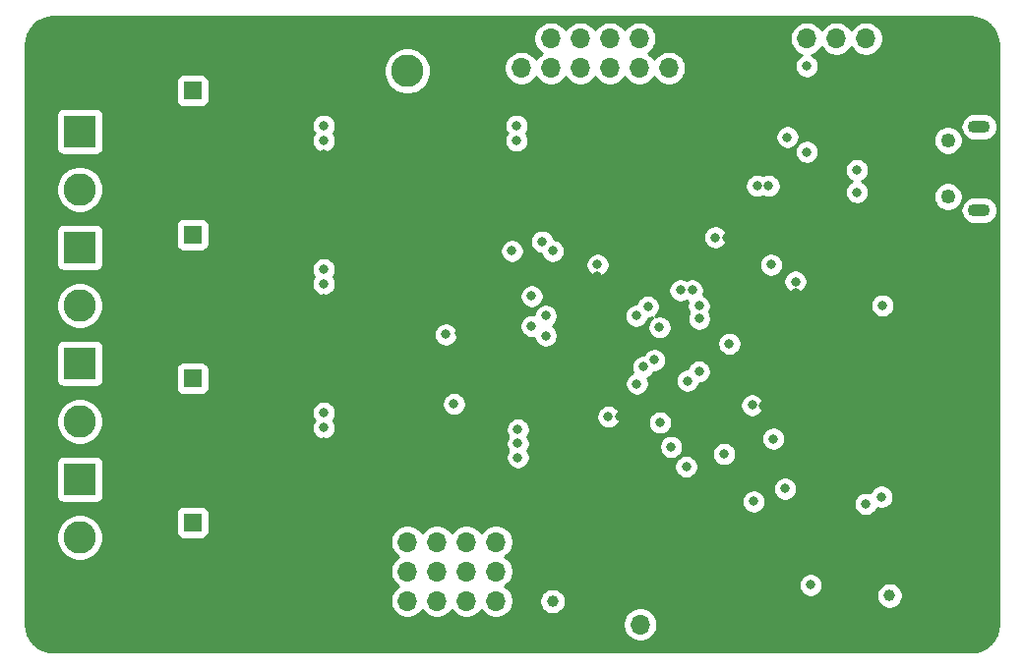
<source format=gbr>
%TF.GenerationSoftware,KiCad,Pcbnew,(5.1.8)-1*%
%TF.CreationDate,2021-06-23T22:25:44-07:00*%
%TF.ProjectId,smart_motor_controller,736d6172-745f-46d6-9f74-6f725f636f6e,0.1.1*%
%TF.SameCoordinates,Original*%
%TF.FileFunction,Copper,L3,Inr*%
%TF.FilePolarity,Positive*%
%FSLAX46Y46*%
G04 Gerber Fmt 4.6, Leading zero omitted, Abs format (unit mm)*
G04 Created by KiCad (PCBNEW (5.1.8)-1) date 2021-06-23 22:25:44*
%MOMM*%
%LPD*%
G01*
G04 APERTURE LIST*
%TA.AperFunction,ComponentPad*%
%ADD10O,1.700000X1.700000*%
%TD*%
%TA.AperFunction,ComponentPad*%
%ADD11R,1.700000X1.700000*%
%TD*%
%TA.AperFunction,ComponentPad*%
%ADD12C,2.800000*%
%TD*%
%TA.AperFunction,ComponentPad*%
%ADD13R,2.800000X2.800000*%
%TD*%
%TA.AperFunction,ComponentPad*%
%ADD14C,0.600000*%
%TD*%
%TA.AperFunction,ComponentPad*%
%ADD15C,5.400000*%
%TD*%
%TA.AperFunction,ComponentPad*%
%ADD16C,1.250000*%
%TD*%
%TA.AperFunction,ComponentPad*%
%ADD17O,1.900000X1.100000*%
%TD*%
%TA.AperFunction,ComponentPad*%
%ADD18R,1.600000X1.600000*%
%TD*%
%TA.AperFunction,ComponentPad*%
%ADD19C,1.600000*%
%TD*%
%TA.AperFunction,ComponentPad*%
%ADD20C,0.630000*%
%TD*%
%TA.AperFunction,ViaPad*%
%ADD21C,0.800000*%
%TD*%
%TA.AperFunction,ViaPad*%
%ADD22C,1.000000*%
%TD*%
%TA.AperFunction,Conductor*%
%ADD23C,0.254000*%
%TD*%
%TA.AperFunction,Conductor*%
%ADD24C,0.100000*%
%TD*%
G04 APERTURE END LIST*
D10*
%TO.N,NRST*%
%TO.C,J104*%
X180280000Y-62600000D03*
%TO.N,SWDIO*%
X182820000Y-62600000D03*
%TO.N,SWCLK*%
X185360000Y-62600000D03*
D11*
%TO.N,GND*%
X187900000Y-62600000D03*
%TD*%
D10*
%TO.N,+3V3*%
%TO.C,J101*%
X155700000Y-65140000D03*
%TO.N,GND*%
X155700000Y-62600000D03*
%TO.N,USART3_RX*%
X158240000Y-65140000D03*
%TO.N,USART3_TX*%
X158240000Y-62600000D03*
%TO.N,I2C2_SCL*%
X160780000Y-65140000D03*
%TO.N,I2C2_SDA*%
X160780000Y-62600000D03*
%TO.N,GPIO3*%
X163320000Y-65140000D03*
%TO.N,GPIO2*%
X163320000Y-62600000D03*
%TO.N,GPIO1*%
X165860000Y-65140000D03*
%TO.N,GPIO0*%
X165860000Y-62600000D03*
%TO.N,+3V3*%
X168400000Y-65140000D03*
D11*
%TO.N,GND*%
X168400000Y-62600000D03*
%TD*%
D12*
%TO.N,Net-(J304-Pad2)*%
%TO.C,J304*%
X117700000Y-105600000D03*
D13*
%TO.N,Net-(J304-Pad1)*%
X117700000Y-100600000D03*
%TD*%
D12*
%TO.N,Net-(J303-Pad2)*%
%TO.C,J303*%
X117700000Y-85600000D03*
D13*
%TO.N,Net-(J303-Pad1)*%
X117700000Y-80600000D03*
%TD*%
D12*
%TO.N,Net-(J302-Pad2)*%
%TO.C,J302*%
X117700000Y-95600000D03*
D13*
%TO.N,Net-(J302-Pad1)*%
X117700000Y-90600000D03*
%TD*%
D12*
%TO.N,Net-(J301-Pad2)*%
%TO.C,J301*%
X117700000Y-75600000D03*
D13*
%TO.N,Net-(J301-Pad1)*%
X117700000Y-70600000D03*
%TD*%
D12*
%TO.N,+12V*%
%TO.C,J9*%
X145900000Y-65400000D03*
D13*
%TO.N,GND*%
X150900000Y-65400000D03*
%TD*%
D10*
%TO.N,V_ENCODER*%
%TO.C,J309*%
X165940000Y-113100000D03*
D11*
%TO.N,GND*%
X163400000Y-113100000D03*
%TD*%
D14*
%TO.N,GND*%
%TO.C,U201*%
X144300000Y-90450000D03*
X145800000Y-90450000D03*
X147300000Y-90450000D03*
X144300000Y-88950000D03*
X145800000Y-88950000D03*
X147300000Y-88950000D03*
%TD*%
D15*
%TO.N,GND*%
%TO.C,H6*%
X115900000Y-112600000D03*
%TD*%
%TO.N,GND*%
%TO.C,H5*%
X173900000Y-112600000D03*
%TD*%
%TO.N,GND*%
%TO.C,H4*%
X193900000Y-63600000D03*
%TD*%
%TO.N,GND*%
%TO.C,H3*%
X115900000Y-63600000D03*
%TD*%
%TO.N,GND*%
%TO.C,H2*%
X173900000Y-63600000D03*
%TD*%
%TO.N,GND*%
%TO.C,H1*%
X193900000Y-112600000D03*
%TD*%
D16*
%TO.N,Net-(J10-Pad6)*%
%TO.C,J10*%
X192430000Y-71375000D03*
X192430000Y-76225000D03*
D17*
X195100000Y-77400000D03*
X195100000Y-70200000D03*
%TD*%
D18*
%TO.N,VMOTORS*%
%TO.C,C302*%
X127400000Y-67100000D03*
D19*
%TO.N,GND*%
X125400000Y-67100000D03*
%TD*%
%TO.N,GND*%
%TO.C,C304*%
X125400000Y-79500000D03*
D18*
%TO.N,VMOTORS*%
X127400000Y-79500000D03*
%TD*%
D19*
%TO.N,GND*%
%TO.C,C306*%
X125400000Y-91900000D03*
D18*
%TO.N,VMOTORS*%
X127400000Y-91900000D03*
%TD*%
%TO.N,VMOTORS*%
%TO.C,C308*%
X127400000Y-104300000D03*
D19*
%TO.N,GND*%
X125400000Y-104300000D03*
%TD*%
D20*
%TO.N,GND*%
%TO.C,U301*%
X133350000Y-69400000D03*
X134650000Y-69400000D03*
X133350000Y-72000000D03*
X133350000Y-70700000D03*
X134650000Y-70700000D03*
X134650000Y-72000000D03*
%TD*%
%TO.N,GND*%
%TO.C,U302*%
X133350000Y-94200000D03*
X134650000Y-94200000D03*
X133350000Y-96800000D03*
X133350000Y-95500000D03*
X134650000Y-95500000D03*
X134650000Y-96800000D03*
%TD*%
%TO.N,GND*%
%TO.C,U303*%
X134650000Y-84400000D03*
X134650000Y-83100000D03*
X133350000Y-83100000D03*
X133350000Y-84400000D03*
X134650000Y-81800000D03*
X133350000Y-81800000D03*
%TD*%
%TO.N,GND*%
%TO.C,U304*%
X134650000Y-109200000D03*
X134650000Y-107900000D03*
X133350000Y-107900000D03*
X133350000Y-109200000D03*
X134650000Y-106600000D03*
X133350000Y-106600000D03*
%TD*%
D11*
%TO.N,GND*%
%TO.C,J310*%
X145900000Y-113600000D03*
D10*
%TO.N,V_ENCODER*%
X145900000Y-111060000D03*
D11*
%TO.N,GND*%
X148440000Y-113600000D03*
D10*
%TO.N,V_ENCODER*%
X148440000Y-111060000D03*
D11*
%TO.N,GND*%
X150980000Y-113600000D03*
D10*
%TO.N,V_ENCODER*%
X150980000Y-111060000D03*
D11*
%TO.N,GND*%
X153520000Y-113600000D03*
D10*
%TO.N,V_ENCODER*%
X153520000Y-111060000D03*
%TO.N,ENCODER_0_B*%
X145900000Y-108520000D03*
%TO.N,ENCODER_0_A*%
X145900000Y-105980000D03*
%TO.N,ENCODER_1_B*%
X148440000Y-108520000D03*
%TO.N,ENCODER_1_A*%
X148440000Y-105980000D03*
%TO.N,ENCODER_2_B*%
X150980000Y-108520000D03*
%TO.N,ENCODER_2_A*%
X150980000Y-105980000D03*
%TO.N,ENCODER_3_B*%
X153520000Y-108520000D03*
%TO.N,ENCODER_3_A*%
X153520000Y-105980000D03*
%TD*%
D21*
%TO.N,GND*%
X134600000Y-66900000D03*
D22*
X129150000Y-71350000D03*
D21*
X179300000Y-84540000D03*
X176800000Y-86800000D03*
X173400000Y-79740000D03*
X162260000Y-83090000D03*
X189600000Y-74900000D03*
X162500000Y-80340000D03*
X161600000Y-94540000D03*
X164200000Y-95200000D03*
X182200000Y-87140000D03*
X183000000Y-88740000D03*
X178500000Y-91040000D03*
X179100000Y-92940000D03*
X176570000Y-94210000D03*
X176000000Y-97140000D03*
X175100000Y-95640000D03*
X179300000Y-85540000D03*
X173930000Y-102320000D03*
X173200000Y-92200000D03*
X189900000Y-72500000D03*
D22*
X129150000Y-83750000D03*
D21*
X134600000Y-79300000D03*
X134600000Y-91800000D03*
X134600000Y-104200000D03*
D22*
X129150000Y-108550000D03*
X129150000Y-96150000D03*
X146400000Y-94500000D03*
D21*
X150400000Y-88000000D03*
D22*
X146800000Y-97700000D03*
D21*
X142800000Y-95700000D03*
X138700000Y-97400000D03*
X138700000Y-109800000D03*
X138700000Y-85000000D03*
X138700000Y-72600000D03*
D22*
X130900000Y-64200000D03*
X130900000Y-76600000D03*
X130900000Y-89000000D03*
X130900000Y-101400000D03*
X150900000Y-62600000D03*
X150900000Y-68100000D03*
D21*
X155900000Y-113600000D03*
X143400000Y-113600000D03*
X160900000Y-113100000D03*
X178200000Y-105900000D03*
X180800000Y-79500000D03*
X178600000Y-75900000D03*
D22*
X142350000Y-85900000D03*
X146800000Y-75500000D03*
D21*
X167600000Y-101000000D03*
X163400000Y-68300000D03*
X138800000Y-78100000D03*
X186800000Y-91600000D03*
X176500000Y-79200000D03*
X172700000Y-73800000D03*
X156600000Y-105600000D03*
X159700000Y-106200000D03*
X155100000Y-75700000D03*
X150900000Y-83900000D03*
X142600000Y-88900000D03*
X142600000Y-90450000D03*
X155200000Y-89000000D03*
X152600000Y-89000000D03*
X138900000Y-90450000D03*
%TO.N,+3V3*%
X173170000Y-98400000D03*
X163200000Y-95200000D03*
X162260000Y-82090000D03*
X179300000Y-83540000D03*
X172400000Y-79740000D03*
X175570000Y-94200000D03*
X155400000Y-96300000D03*
X155400000Y-97500000D03*
X155400000Y-98700000D03*
D22*
X158400000Y-111100000D03*
X187400000Y-110600000D03*
D21*
X180600000Y-109700000D03*
X177400000Y-97100000D03*
X178400000Y-101400000D03*
X186800000Y-85600000D03*
%TO.N,+5V*%
X178600000Y-71100000D03*
X154900000Y-80900000D03*
%TO.N,LED*%
X167625010Y-95700000D03*
X175700000Y-102500000D03*
%TO.N,NRST*%
X173600000Y-88900000D03*
X177200000Y-82100000D03*
X180280000Y-72380000D03*
X180280000Y-64980000D03*
%TO.N,SWCLK*%
X165650000Y-92350000D03*
X177000000Y-75300000D03*
%TO.N,SWDIO*%
X167600000Y-87500000D03*
X176000000Y-75300000D03*
%TO.N,M2_OUT2*%
X157800000Y-86500000D03*
X138700000Y-83750000D03*
%TO.N,USB_D+*%
X166600000Y-85700000D03*
X184600000Y-73950000D03*
%TO.N,USB_D-*%
X165600000Y-86500000D03*
X184600000Y-75850000D03*
%TO.N,CAN2_TX*%
X171010000Y-86740000D03*
X185350000Y-102700000D03*
%TO.N,CAN2_RX*%
X171000000Y-85650000D03*
X186700000Y-102100000D03*
%TO.N,M2_OUT1*%
X156590038Y-84800000D03*
X138700000Y-82500000D03*
%TO.N,M1_OUT2*%
X157800000Y-88200000D03*
X138700000Y-96150000D03*
%TO.N,M1_OUT1*%
X156590038Y-87390038D03*
X138700000Y-94850000D03*
%TO.N,M0_OUT2*%
X138700000Y-71400000D03*
X155300000Y-71400000D03*
%TO.N,M0_OUT1*%
X138700000Y-70100000D03*
X155300000Y-70100000D03*
%TO.N,Net-(C201-Pad2)*%
X149900000Y-94100000D03*
X149200000Y-88100000D03*
%TO.N,USART3_RX*%
X167150000Y-90300000D03*
X158400000Y-80900000D03*
%TO.N,USART3_TX*%
X166200000Y-90900000D03*
X157500000Y-80100000D03*
%TO.N,ENCODER_1_B*%
X169400000Y-84300000D03*
%TO.N,ENCODER_1_A*%
X170400000Y-84300000D03*
%TO.N,ENCODER_3_B*%
X171000000Y-91300000D03*
X169900000Y-99500000D03*
%TO.N,ENCODER_3_A*%
X170000000Y-92100000D03*
X168600000Y-97800000D03*
%TD*%
D23*
%TO.N,GND*%
X194853893Y-60807670D02*
X195290498Y-60939489D01*
X195693185Y-61153600D01*
X196046612Y-61441848D01*
X196337327Y-61793261D01*
X196554242Y-62194439D01*
X196689106Y-62630113D01*
X196740001Y-63114353D01*
X196740000Y-113067721D01*
X196692330Y-113553894D01*
X196560512Y-113990497D01*
X196346399Y-114393186D01*
X196058150Y-114746613D01*
X195706739Y-115037327D01*
X195305564Y-115254240D01*
X194869886Y-115389106D01*
X194385664Y-115440000D01*
X115432279Y-115440000D01*
X114946106Y-115392330D01*
X114509503Y-115260512D01*
X114106814Y-115046399D01*
X113753387Y-114758150D01*
X113462673Y-114406739D01*
X113245760Y-114005564D01*
X113110894Y-113569886D01*
X113060000Y-113085664D01*
X113060000Y-112953740D01*
X164455000Y-112953740D01*
X164455000Y-113246260D01*
X164512068Y-113533158D01*
X164624010Y-113803411D01*
X164786525Y-114046632D01*
X164993368Y-114253475D01*
X165236589Y-114415990D01*
X165506842Y-114527932D01*
X165793740Y-114585000D01*
X166086260Y-114585000D01*
X166373158Y-114527932D01*
X166643411Y-114415990D01*
X166886632Y-114253475D01*
X167093475Y-114046632D01*
X167255990Y-113803411D01*
X167367932Y-113533158D01*
X167425000Y-113246260D01*
X167425000Y-112953740D01*
X167367932Y-112666842D01*
X167255990Y-112396589D01*
X167093475Y-112153368D01*
X166886632Y-111946525D01*
X166643411Y-111784010D01*
X166373158Y-111672068D01*
X166086260Y-111615000D01*
X165793740Y-111615000D01*
X165506842Y-111672068D01*
X165236589Y-111784010D01*
X164993368Y-111946525D01*
X164786525Y-112153368D01*
X164624010Y-112396589D01*
X164512068Y-112666842D01*
X164455000Y-112953740D01*
X113060000Y-112953740D01*
X113060000Y-105399570D01*
X115665000Y-105399570D01*
X115665000Y-105800430D01*
X115743204Y-106193587D01*
X115896607Y-106563934D01*
X116119313Y-106897237D01*
X116402763Y-107180687D01*
X116736066Y-107403393D01*
X117106413Y-107556796D01*
X117499570Y-107635000D01*
X117900430Y-107635000D01*
X118293587Y-107556796D01*
X118663934Y-107403393D01*
X118997237Y-107180687D01*
X119280687Y-106897237D01*
X119503393Y-106563934D01*
X119656796Y-106193587D01*
X119728374Y-105833740D01*
X144415000Y-105833740D01*
X144415000Y-106126260D01*
X144472068Y-106413158D01*
X144584010Y-106683411D01*
X144746525Y-106926632D01*
X144953368Y-107133475D01*
X145127760Y-107250000D01*
X144953368Y-107366525D01*
X144746525Y-107573368D01*
X144584010Y-107816589D01*
X144472068Y-108086842D01*
X144415000Y-108373740D01*
X144415000Y-108666260D01*
X144472068Y-108953158D01*
X144584010Y-109223411D01*
X144746525Y-109466632D01*
X144953368Y-109673475D01*
X145127760Y-109790000D01*
X144953368Y-109906525D01*
X144746525Y-110113368D01*
X144584010Y-110356589D01*
X144472068Y-110626842D01*
X144415000Y-110913740D01*
X144415000Y-111206260D01*
X144472068Y-111493158D01*
X144584010Y-111763411D01*
X144746525Y-112006632D01*
X144953368Y-112213475D01*
X145196589Y-112375990D01*
X145466842Y-112487932D01*
X145753740Y-112545000D01*
X146046260Y-112545000D01*
X146333158Y-112487932D01*
X146603411Y-112375990D01*
X146846632Y-112213475D01*
X147053475Y-112006632D01*
X147170000Y-111832240D01*
X147286525Y-112006632D01*
X147493368Y-112213475D01*
X147736589Y-112375990D01*
X148006842Y-112487932D01*
X148293740Y-112545000D01*
X148586260Y-112545000D01*
X148873158Y-112487932D01*
X149143411Y-112375990D01*
X149386632Y-112213475D01*
X149593475Y-112006632D01*
X149710000Y-111832240D01*
X149826525Y-112006632D01*
X150033368Y-112213475D01*
X150276589Y-112375990D01*
X150546842Y-112487932D01*
X150833740Y-112545000D01*
X151126260Y-112545000D01*
X151413158Y-112487932D01*
X151683411Y-112375990D01*
X151926632Y-112213475D01*
X152133475Y-112006632D01*
X152250000Y-111832240D01*
X152366525Y-112006632D01*
X152573368Y-112213475D01*
X152816589Y-112375990D01*
X153086842Y-112487932D01*
X153373740Y-112545000D01*
X153666260Y-112545000D01*
X153953158Y-112487932D01*
X154223411Y-112375990D01*
X154466632Y-112213475D01*
X154673475Y-112006632D01*
X154835990Y-111763411D01*
X154947932Y-111493158D01*
X155005000Y-111206260D01*
X155005000Y-110988212D01*
X157265000Y-110988212D01*
X157265000Y-111211788D01*
X157308617Y-111431067D01*
X157394176Y-111637624D01*
X157518388Y-111823520D01*
X157676480Y-111981612D01*
X157862376Y-112105824D01*
X158068933Y-112191383D01*
X158288212Y-112235000D01*
X158511788Y-112235000D01*
X158731067Y-112191383D01*
X158937624Y-112105824D01*
X159123520Y-111981612D01*
X159281612Y-111823520D01*
X159405824Y-111637624D01*
X159491383Y-111431067D01*
X159535000Y-111211788D01*
X159535000Y-110988212D01*
X159491383Y-110768933D01*
X159405824Y-110562376D01*
X159281612Y-110376480D01*
X159123520Y-110218388D01*
X158937624Y-110094176D01*
X158731067Y-110008617D01*
X158511788Y-109965000D01*
X158288212Y-109965000D01*
X158068933Y-110008617D01*
X157862376Y-110094176D01*
X157676480Y-110218388D01*
X157518388Y-110376480D01*
X157394176Y-110562376D01*
X157308617Y-110768933D01*
X157265000Y-110988212D01*
X155005000Y-110988212D01*
X155005000Y-110913740D01*
X154947932Y-110626842D01*
X154835990Y-110356589D01*
X154673475Y-110113368D01*
X154466632Y-109906525D01*
X154292240Y-109790000D01*
X154466632Y-109673475D01*
X154542046Y-109598061D01*
X179565000Y-109598061D01*
X179565000Y-109801939D01*
X179604774Y-110001898D01*
X179682795Y-110190256D01*
X179796063Y-110359774D01*
X179940226Y-110503937D01*
X180109744Y-110617205D01*
X180298102Y-110695226D01*
X180498061Y-110735000D01*
X180701939Y-110735000D01*
X180901898Y-110695226D01*
X181090256Y-110617205D01*
X181259774Y-110503937D01*
X181275499Y-110488212D01*
X186265000Y-110488212D01*
X186265000Y-110711788D01*
X186308617Y-110931067D01*
X186394176Y-111137624D01*
X186518388Y-111323520D01*
X186676480Y-111481612D01*
X186862376Y-111605824D01*
X187068933Y-111691383D01*
X187288212Y-111735000D01*
X187511788Y-111735000D01*
X187731067Y-111691383D01*
X187937624Y-111605824D01*
X188123520Y-111481612D01*
X188281612Y-111323520D01*
X188405824Y-111137624D01*
X188491383Y-110931067D01*
X188535000Y-110711788D01*
X188535000Y-110488212D01*
X188491383Y-110268933D01*
X188405824Y-110062376D01*
X188281612Y-109876480D01*
X188123520Y-109718388D01*
X187937624Y-109594176D01*
X187731067Y-109508617D01*
X187511788Y-109465000D01*
X187288212Y-109465000D01*
X187068933Y-109508617D01*
X186862376Y-109594176D01*
X186676480Y-109718388D01*
X186518388Y-109876480D01*
X186394176Y-110062376D01*
X186308617Y-110268933D01*
X186265000Y-110488212D01*
X181275499Y-110488212D01*
X181403937Y-110359774D01*
X181517205Y-110190256D01*
X181595226Y-110001898D01*
X181635000Y-109801939D01*
X181635000Y-109598061D01*
X181595226Y-109398102D01*
X181517205Y-109209744D01*
X181403937Y-109040226D01*
X181259774Y-108896063D01*
X181090256Y-108782795D01*
X180901898Y-108704774D01*
X180701939Y-108665000D01*
X180498061Y-108665000D01*
X180298102Y-108704774D01*
X180109744Y-108782795D01*
X179940226Y-108896063D01*
X179796063Y-109040226D01*
X179682795Y-109209744D01*
X179604774Y-109398102D01*
X179565000Y-109598061D01*
X154542046Y-109598061D01*
X154673475Y-109466632D01*
X154835990Y-109223411D01*
X154947932Y-108953158D01*
X155005000Y-108666260D01*
X155005000Y-108373740D01*
X154947932Y-108086842D01*
X154835990Y-107816589D01*
X154673475Y-107573368D01*
X154466632Y-107366525D01*
X154292240Y-107250000D01*
X154466632Y-107133475D01*
X154673475Y-106926632D01*
X154835990Y-106683411D01*
X154947932Y-106413158D01*
X155005000Y-106126260D01*
X155005000Y-105833740D01*
X154947932Y-105546842D01*
X154835990Y-105276589D01*
X154673475Y-105033368D01*
X154466632Y-104826525D01*
X154223411Y-104664010D01*
X153953158Y-104552068D01*
X153666260Y-104495000D01*
X153373740Y-104495000D01*
X153086842Y-104552068D01*
X152816589Y-104664010D01*
X152573368Y-104826525D01*
X152366525Y-105033368D01*
X152250000Y-105207760D01*
X152133475Y-105033368D01*
X151926632Y-104826525D01*
X151683411Y-104664010D01*
X151413158Y-104552068D01*
X151126260Y-104495000D01*
X150833740Y-104495000D01*
X150546842Y-104552068D01*
X150276589Y-104664010D01*
X150033368Y-104826525D01*
X149826525Y-105033368D01*
X149710000Y-105207760D01*
X149593475Y-105033368D01*
X149386632Y-104826525D01*
X149143411Y-104664010D01*
X148873158Y-104552068D01*
X148586260Y-104495000D01*
X148293740Y-104495000D01*
X148006842Y-104552068D01*
X147736589Y-104664010D01*
X147493368Y-104826525D01*
X147286525Y-105033368D01*
X147170000Y-105207760D01*
X147053475Y-105033368D01*
X146846632Y-104826525D01*
X146603411Y-104664010D01*
X146333158Y-104552068D01*
X146046260Y-104495000D01*
X145753740Y-104495000D01*
X145466842Y-104552068D01*
X145196589Y-104664010D01*
X144953368Y-104826525D01*
X144746525Y-105033368D01*
X144584010Y-105276589D01*
X144472068Y-105546842D01*
X144415000Y-105833740D01*
X119728374Y-105833740D01*
X119735000Y-105800430D01*
X119735000Y-105399570D01*
X119656796Y-105006413D01*
X119503393Y-104636066D01*
X119280687Y-104302763D01*
X118997237Y-104019313D01*
X118663934Y-103796607D01*
X118293587Y-103643204D01*
X117900430Y-103565000D01*
X117499570Y-103565000D01*
X117106413Y-103643204D01*
X116736066Y-103796607D01*
X116402763Y-104019313D01*
X116119313Y-104302763D01*
X115896607Y-104636066D01*
X115743204Y-105006413D01*
X115665000Y-105399570D01*
X113060000Y-105399570D01*
X113060000Y-103500000D01*
X125961928Y-103500000D01*
X125961928Y-105100000D01*
X125974188Y-105224482D01*
X126010498Y-105344180D01*
X126069463Y-105454494D01*
X126148815Y-105551185D01*
X126245506Y-105630537D01*
X126355820Y-105689502D01*
X126475518Y-105725812D01*
X126600000Y-105738072D01*
X128200000Y-105738072D01*
X128324482Y-105725812D01*
X128444180Y-105689502D01*
X128554494Y-105630537D01*
X128651185Y-105551185D01*
X128730537Y-105454494D01*
X128789502Y-105344180D01*
X128825812Y-105224482D01*
X128838072Y-105100000D01*
X128838072Y-103500000D01*
X128825812Y-103375518D01*
X128789502Y-103255820D01*
X128730537Y-103145506D01*
X128651185Y-103048815D01*
X128554494Y-102969463D01*
X128444180Y-102910498D01*
X128324482Y-102874188D01*
X128200000Y-102861928D01*
X126600000Y-102861928D01*
X126475518Y-102874188D01*
X126355820Y-102910498D01*
X126245506Y-102969463D01*
X126148815Y-103048815D01*
X126069463Y-103145506D01*
X126010498Y-103255820D01*
X125974188Y-103375518D01*
X125961928Y-103500000D01*
X113060000Y-103500000D01*
X113060000Y-99200000D01*
X115661928Y-99200000D01*
X115661928Y-102000000D01*
X115674188Y-102124482D01*
X115710498Y-102244180D01*
X115769463Y-102354494D01*
X115848815Y-102451185D01*
X115945506Y-102530537D01*
X116055820Y-102589502D01*
X116175518Y-102625812D01*
X116300000Y-102638072D01*
X119100000Y-102638072D01*
X119224482Y-102625812D01*
X119344180Y-102589502D01*
X119454494Y-102530537D01*
X119551185Y-102451185D01*
X119594782Y-102398061D01*
X174665000Y-102398061D01*
X174665000Y-102601939D01*
X174704774Y-102801898D01*
X174782795Y-102990256D01*
X174896063Y-103159774D01*
X175040226Y-103303937D01*
X175209744Y-103417205D01*
X175398102Y-103495226D01*
X175598061Y-103535000D01*
X175801939Y-103535000D01*
X176001898Y-103495226D01*
X176190256Y-103417205D01*
X176359774Y-103303937D01*
X176503937Y-103159774D01*
X176617205Y-102990256D01*
X176695226Y-102801898D01*
X176735000Y-102601939D01*
X176735000Y-102598061D01*
X184315000Y-102598061D01*
X184315000Y-102801939D01*
X184354774Y-103001898D01*
X184432795Y-103190256D01*
X184546063Y-103359774D01*
X184690226Y-103503937D01*
X184859744Y-103617205D01*
X185048102Y-103695226D01*
X185248061Y-103735000D01*
X185451939Y-103735000D01*
X185651898Y-103695226D01*
X185840256Y-103617205D01*
X186009774Y-103503937D01*
X186153937Y-103359774D01*
X186267205Y-103190256D01*
X186319973Y-103062864D01*
X186398102Y-103095226D01*
X186598061Y-103135000D01*
X186801939Y-103135000D01*
X187001898Y-103095226D01*
X187190256Y-103017205D01*
X187359774Y-102903937D01*
X187503937Y-102759774D01*
X187617205Y-102590256D01*
X187695226Y-102401898D01*
X187735000Y-102201939D01*
X187735000Y-101998061D01*
X187695226Y-101798102D01*
X187617205Y-101609744D01*
X187503937Y-101440226D01*
X187359774Y-101296063D01*
X187190256Y-101182795D01*
X187001898Y-101104774D01*
X186801939Y-101065000D01*
X186598061Y-101065000D01*
X186398102Y-101104774D01*
X186209744Y-101182795D01*
X186040226Y-101296063D01*
X185896063Y-101440226D01*
X185782795Y-101609744D01*
X185730027Y-101737136D01*
X185651898Y-101704774D01*
X185451939Y-101665000D01*
X185248061Y-101665000D01*
X185048102Y-101704774D01*
X184859744Y-101782795D01*
X184690226Y-101896063D01*
X184546063Y-102040226D01*
X184432795Y-102209744D01*
X184354774Y-102398102D01*
X184315000Y-102598061D01*
X176735000Y-102598061D01*
X176735000Y-102398061D01*
X176695226Y-102198102D01*
X176617205Y-102009744D01*
X176503937Y-101840226D01*
X176359774Y-101696063D01*
X176190256Y-101582795D01*
X176001898Y-101504774D01*
X175801939Y-101465000D01*
X175598061Y-101465000D01*
X175398102Y-101504774D01*
X175209744Y-101582795D01*
X175040226Y-101696063D01*
X174896063Y-101840226D01*
X174782795Y-102009744D01*
X174704774Y-102198102D01*
X174665000Y-102398061D01*
X119594782Y-102398061D01*
X119630537Y-102354494D01*
X119689502Y-102244180D01*
X119725812Y-102124482D01*
X119738072Y-102000000D01*
X119738072Y-101298061D01*
X177365000Y-101298061D01*
X177365000Y-101501939D01*
X177404774Y-101701898D01*
X177482795Y-101890256D01*
X177596063Y-102059774D01*
X177740226Y-102203937D01*
X177909744Y-102317205D01*
X178098102Y-102395226D01*
X178298061Y-102435000D01*
X178501939Y-102435000D01*
X178701898Y-102395226D01*
X178890256Y-102317205D01*
X179059774Y-102203937D01*
X179203937Y-102059774D01*
X179317205Y-101890256D01*
X179395226Y-101701898D01*
X179435000Y-101501939D01*
X179435000Y-101298061D01*
X179395226Y-101098102D01*
X179317205Y-100909744D01*
X179203937Y-100740226D01*
X179059774Y-100596063D01*
X178890256Y-100482795D01*
X178701898Y-100404774D01*
X178501939Y-100365000D01*
X178298061Y-100365000D01*
X178098102Y-100404774D01*
X177909744Y-100482795D01*
X177740226Y-100596063D01*
X177596063Y-100740226D01*
X177482795Y-100909744D01*
X177404774Y-101098102D01*
X177365000Y-101298061D01*
X119738072Y-101298061D01*
X119738072Y-99200000D01*
X119725812Y-99075518D01*
X119689502Y-98955820D01*
X119630537Y-98845506D01*
X119551185Y-98748815D01*
X119454494Y-98669463D01*
X119344180Y-98610498D01*
X119224482Y-98574188D01*
X119100000Y-98561928D01*
X116300000Y-98561928D01*
X116175518Y-98574188D01*
X116055820Y-98610498D01*
X115945506Y-98669463D01*
X115848815Y-98748815D01*
X115769463Y-98845506D01*
X115710498Y-98955820D01*
X115674188Y-99075518D01*
X115661928Y-99200000D01*
X113060000Y-99200000D01*
X113060000Y-95399570D01*
X115665000Y-95399570D01*
X115665000Y-95800430D01*
X115743204Y-96193587D01*
X115896607Y-96563934D01*
X116119313Y-96897237D01*
X116402763Y-97180687D01*
X116736066Y-97403393D01*
X117106413Y-97556796D01*
X117499570Y-97635000D01*
X117900430Y-97635000D01*
X118293587Y-97556796D01*
X118663934Y-97403393D01*
X118997237Y-97180687D01*
X119280687Y-96897237D01*
X119503393Y-96563934D01*
X119656796Y-96193587D01*
X119735000Y-95800430D01*
X119735000Y-95399570D01*
X119656796Y-95006413D01*
X119549783Y-94748061D01*
X137665000Y-94748061D01*
X137665000Y-94951939D01*
X137704774Y-95151898D01*
X137782795Y-95340256D01*
X137889532Y-95500000D01*
X137782795Y-95659744D01*
X137704774Y-95848102D01*
X137665000Y-96048061D01*
X137665000Y-96251939D01*
X137704774Y-96451898D01*
X137782795Y-96640256D01*
X137896063Y-96809774D01*
X138040226Y-96953937D01*
X138209744Y-97067205D01*
X138398102Y-97145226D01*
X138598061Y-97185000D01*
X138801939Y-97185000D01*
X139001898Y-97145226D01*
X139190256Y-97067205D01*
X139359774Y-96953937D01*
X139503937Y-96809774D01*
X139617205Y-96640256D01*
X139695226Y-96451898D01*
X139735000Y-96251939D01*
X139735000Y-96198061D01*
X154365000Y-96198061D01*
X154365000Y-96401939D01*
X154404774Y-96601898D01*
X154482795Y-96790256D01*
X154556123Y-96900000D01*
X154482795Y-97009744D01*
X154404774Y-97198102D01*
X154365000Y-97398061D01*
X154365000Y-97601939D01*
X154404774Y-97801898D01*
X154482795Y-97990256D01*
X154556123Y-98100000D01*
X154482795Y-98209744D01*
X154404774Y-98398102D01*
X154365000Y-98598061D01*
X154365000Y-98801939D01*
X154404774Y-99001898D01*
X154482795Y-99190256D01*
X154596063Y-99359774D01*
X154740226Y-99503937D01*
X154909744Y-99617205D01*
X155098102Y-99695226D01*
X155298061Y-99735000D01*
X155501939Y-99735000D01*
X155701898Y-99695226D01*
X155890256Y-99617205D01*
X156059774Y-99503937D01*
X156165650Y-99398061D01*
X168865000Y-99398061D01*
X168865000Y-99601939D01*
X168904774Y-99801898D01*
X168982795Y-99990256D01*
X169096063Y-100159774D01*
X169240226Y-100303937D01*
X169409744Y-100417205D01*
X169598102Y-100495226D01*
X169798061Y-100535000D01*
X170001939Y-100535000D01*
X170201898Y-100495226D01*
X170390256Y-100417205D01*
X170559774Y-100303937D01*
X170703937Y-100159774D01*
X170817205Y-99990256D01*
X170895226Y-99801898D01*
X170935000Y-99601939D01*
X170935000Y-99398061D01*
X170895226Y-99198102D01*
X170817205Y-99009744D01*
X170703937Y-98840226D01*
X170559774Y-98696063D01*
X170390256Y-98582795D01*
X170201898Y-98504774D01*
X170001939Y-98465000D01*
X169798061Y-98465000D01*
X169598102Y-98504774D01*
X169409744Y-98582795D01*
X169240226Y-98696063D01*
X169096063Y-98840226D01*
X168982795Y-99009744D01*
X168904774Y-99198102D01*
X168865000Y-99398061D01*
X156165650Y-99398061D01*
X156203937Y-99359774D01*
X156317205Y-99190256D01*
X156395226Y-99001898D01*
X156435000Y-98801939D01*
X156435000Y-98598061D01*
X156395226Y-98398102D01*
X156317205Y-98209744D01*
X156243877Y-98100000D01*
X156317205Y-97990256D01*
X156395226Y-97801898D01*
X156415880Y-97698061D01*
X167565000Y-97698061D01*
X167565000Y-97901939D01*
X167604774Y-98101898D01*
X167682795Y-98290256D01*
X167796063Y-98459774D01*
X167940226Y-98603937D01*
X168109744Y-98717205D01*
X168298102Y-98795226D01*
X168498061Y-98835000D01*
X168701939Y-98835000D01*
X168901898Y-98795226D01*
X169090256Y-98717205D01*
X169259774Y-98603937D01*
X169403937Y-98459774D01*
X169511989Y-98298061D01*
X172135000Y-98298061D01*
X172135000Y-98501939D01*
X172174774Y-98701898D01*
X172252795Y-98890256D01*
X172366063Y-99059774D01*
X172510226Y-99203937D01*
X172679744Y-99317205D01*
X172868102Y-99395226D01*
X173068061Y-99435000D01*
X173271939Y-99435000D01*
X173471898Y-99395226D01*
X173660256Y-99317205D01*
X173829774Y-99203937D01*
X173973937Y-99059774D01*
X174087205Y-98890256D01*
X174165226Y-98701898D01*
X174205000Y-98501939D01*
X174205000Y-98298061D01*
X174165226Y-98098102D01*
X174087205Y-97909744D01*
X173973937Y-97740226D01*
X173829774Y-97596063D01*
X173660256Y-97482795D01*
X173471898Y-97404774D01*
X173271939Y-97365000D01*
X173068061Y-97365000D01*
X172868102Y-97404774D01*
X172679744Y-97482795D01*
X172510226Y-97596063D01*
X172366063Y-97740226D01*
X172252795Y-97909744D01*
X172174774Y-98098102D01*
X172135000Y-98298061D01*
X169511989Y-98298061D01*
X169517205Y-98290256D01*
X169595226Y-98101898D01*
X169635000Y-97901939D01*
X169635000Y-97698061D01*
X169595226Y-97498102D01*
X169517205Y-97309744D01*
X169403937Y-97140226D01*
X169261772Y-96998061D01*
X176365000Y-96998061D01*
X176365000Y-97201939D01*
X176404774Y-97401898D01*
X176482795Y-97590256D01*
X176596063Y-97759774D01*
X176740226Y-97903937D01*
X176909744Y-98017205D01*
X177098102Y-98095226D01*
X177298061Y-98135000D01*
X177501939Y-98135000D01*
X177701898Y-98095226D01*
X177890256Y-98017205D01*
X178059774Y-97903937D01*
X178203937Y-97759774D01*
X178317205Y-97590256D01*
X178395226Y-97401898D01*
X178435000Y-97201939D01*
X178435000Y-96998061D01*
X178395226Y-96798102D01*
X178317205Y-96609744D01*
X178203937Y-96440226D01*
X178059774Y-96296063D01*
X177890256Y-96182795D01*
X177701898Y-96104774D01*
X177501939Y-96065000D01*
X177298061Y-96065000D01*
X177098102Y-96104774D01*
X176909744Y-96182795D01*
X176740226Y-96296063D01*
X176596063Y-96440226D01*
X176482795Y-96609744D01*
X176404774Y-96798102D01*
X176365000Y-96998061D01*
X169261772Y-96998061D01*
X169259774Y-96996063D01*
X169090256Y-96882795D01*
X168901898Y-96804774D01*
X168701939Y-96765000D01*
X168498061Y-96765000D01*
X168298102Y-96804774D01*
X168109744Y-96882795D01*
X167940226Y-96996063D01*
X167796063Y-97140226D01*
X167682795Y-97309744D01*
X167604774Y-97498102D01*
X167565000Y-97698061D01*
X156415880Y-97698061D01*
X156435000Y-97601939D01*
X156435000Y-97398061D01*
X156395226Y-97198102D01*
X156317205Y-97009744D01*
X156243877Y-96900000D01*
X156317205Y-96790256D01*
X156395226Y-96601898D01*
X156435000Y-96401939D01*
X156435000Y-96198061D01*
X156395226Y-95998102D01*
X156317205Y-95809744D01*
X156203937Y-95640226D01*
X156059774Y-95496063D01*
X155890256Y-95382795D01*
X155701898Y-95304774D01*
X155501939Y-95265000D01*
X155298061Y-95265000D01*
X155098102Y-95304774D01*
X154909744Y-95382795D01*
X154740226Y-95496063D01*
X154596063Y-95640226D01*
X154482795Y-95809744D01*
X154404774Y-95998102D01*
X154365000Y-96198061D01*
X139735000Y-96198061D01*
X139735000Y-96048061D01*
X139695226Y-95848102D01*
X139617205Y-95659744D01*
X139510468Y-95500000D01*
X139617205Y-95340256D01*
X139695226Y-95151898D01*
X139735000Y-94951939D01*
X139735000Y-94748061D01*
X139695226Y-94548102D01*
X139617205Y-94359744D01*
X139503937Y-94190226D01*
X139359774Y-94046063D01*
X139287934Y-93998061D01*
X148865000Y-93998061D01*
X148865000Y-94201939D01*
X148904774Y-94401898D01*
X148982795Y-94590256D01*
X149096063Y-94759774D01*
X149240226Y-94903937D01*
X149409744Y-95017205D01*
X149598102Y-95095226D01*
X149798061Y-95135000D01*
X150001939Y-95135000D01*
X150187645Y-95098061D01*
X162165000Y-95098061D01*
X162165000Y-95301939D01*
X162204774Y-95501898D01*
X162282795Y-95690256D01*
X162396063Y-95859774D01*
X162540226Y-96003937D01*
X162709744Y-96117205D01*
X162898102Y-96195226D01*
X163098061Y-96235000D01*
X163301939Y-96235000D01*
X163501898Y-96195226D01*
X163690256Y-96117205D01*
X163859774Y-96003937D01*
X164003937Y-95859774D01*
X164117205Y-95690256D01*
X164155393Y-95598061D01*
X166590010Y-95598061D01*
X166590010Y-95801939D01*
X166629784Y-96001898D01*
X166707805Y-96190256D01*
X166821073Y-96359774D01*
X166965236Y-96503937D01*
X167134754Y-96617205D01*
X167323112Y-96695226D01*
X167523071Y-96735000D01*
X167726949Y-96735000D01*
X167926908Y-96695226D01*
X168115266Y-96617205D01*
X168284784Y-96503937D01*
X168428947Y-96359774D01*
X168542215Y-96190256D01*
X168620236Y-96001898D01*
X168660010Y-95801939D01*
X168660010Y-95598061D01*
X168620236Y-95398102D01*
X168542215Y-95209744D01*
X168428947Y-95040226D01*
X168284784Y-94896063D01*
X168115266Y-94782795D01*
X167926908Y-94704774D01*
X167726949Y-94665000D01*
X167523071Y-94665000D01*
X167323112Y-94704774D01*
X167134754Y-94782795D01*
X166965236Y-94896063D01*
X166821073Y-95040226D01*
X166707805Y-95209744D01*
X166629784Y-95398102D01*
X166590010Y-95598061D01*
X164155393Y-95598061D01*
X164195226Y-95501898D01*
X164235000Y-95301939D01*
X164235000Y-95098061D01*
X164195226Y-94898102D01*
X164117205Y-94709744D01*
X164003937Y-94540226D01*
X163859774Y-94396063D01*
X163690256Y-94282795D01*
X163501898Y-94204774D01*
X163301939Y-94165000D01*
X163098061Y-94165000D01*
X162898102Y-94204774D01*
X162709744Y-94282795D01*
X162540226Y-94396063D01*
X162396063Y-94540226D01*
X162282795Y-94709744D01*
X162204774Y-94898102D01*
X162165000Y-95098061D01*
X150187645Y-95098061D01*
X150201898Y-95095226D01*
X150390256Y-95017205D01*
X150559774Y-94903937D01*
X150703937Y-94759774D01*
X150817205Y-94590256D01*
X150895226Y-94401898D01*
X150935000Y-94201939D01*
X150935000Y-94098061D01*
X174535000Y-94098061D01*
X174535000Y-94301939D01*
X174574774Y-94501898D01*
X174652795Y-94690256D01*
X174766063Y-94859774D01*
X174910226Y-95003937D01*
X175079744Y-95117205D01*
X175268102Y-95195226D01*
X175468061Y-95235000D01*
X175671939Y-95235000D01*
X175871898Y-95195226D01*
X176060256Y-95117205D01*
X176229774Y-95003937D01*
X176373937Y-94859774D01*
X176487205Y-94690256D01*
X176565226Y-94501898D01*
X176605000Y-94301939D01*
X176605000Y-94098061D01*
X176565226Y-93898102D01*
X176487205Y-93709744D01*
X176373937Y-93540226D01*
X176229774Y-93396063D01*
X176060256Y-93282795D01*
X175871898Y-93204774D01*
X175671939Y-93165000D01*
X175468061Y-93165000D01*
X175268102Y-93204774D01*
X175079744Y-93282795D01*
X174910226Y-93396063D01*
X174766063Y-93540226D01*
X174652795Y-93709744D01*
X174574774Y-93898102D01*
X174535000Y-94098061D01*
X150935000Y-94098061D01*
X150935000Y-93998061D01*
X150895226Y-93798102D01*
X150817205Y-93609744D01*
X150703937Y-93440226D01*
X150559774Y-93296063D01*
X150390256Y-93182795D01*
X150201898Y-93104774D01*
X150001939Y-93065000D01*
X149798061Y-93065000D01*
X149598102Y-93104774D01*
X149409744Y-93182795D01*
X149240226Y-93296063D01*
X149096063Y-93440226D01*
X148982795Y-93609744D01*
X148904774Y-93798102D01*
X148865000Y-93998061D01*
X139287934Y-93998061D01*
X139190256Y-93932795D01*
X139001898Y-93854774D01*
X138801939Y-93815000D01*
X138598061Y-93815000D01*
X138398102Y-93854774D01*
X138209744Y-93932795D01*
X138040226Y-94046063D01*
X137896063Y-94190226D01*
X137782795Y-94359744D01*
X137704774Y-94548102D01*
X137665000Y-94748061D01*
X119549783Y-94748061D01*
X119503393Y-94636066D01*
X119280687Y-94302763D01*
X118997237Y-94019313D01*
X118663934Y-93796607D01*
X118293587Y-93643204D01*
X117900430Y-93565000D01*
X117499570Y-93565000D01*
X117106413Y-93643204D01*
X116736066Y-93796607D01*
X116402763Y-94019313D01*
X116119313Y-94302763D01*
X115896607Y-94636066D01*
X115743204Y-95006413D01*
X115665000Y-95399570D01*
X113060000Y-95399570D01*
X113060000Y-89200000D01*
X115661928Y-89200000D01*
X115661928Y-92000000D01*
X115674188Y-92124482D01*
X115710498Y-92244180D01*
X115769463Y-92354494D01*
X115848815Y-92451185D01*
X115945506Y-92530537D01*
X116055820Y-92589502D01*
X116175518Y-92625812D01*
X116300000Y-92638072D01*
X119100000Y-92638072D01*
X119224482Y-92625812D01*
X119344180Y-92589502D01*
X119454494Y-92530537D01*
X119551185Y-92451185D01*
X119630537Y-92354494D01*
X119689502Y-92244180D01*
X119725812Y-92124482D01*
X119738072Y-92000000D01*
X119738072Y-91100000D01*
X125961928Y-91100000D01*
X125961928Y-92700000D01*
X125974188Y-92824482D01*
X126010498Y-92944180D01*
X126069463Y-93054494D01*
X126148815Y-93151185D01*
X126245506Y-93230537D01*
X126355820Y-93289502D01*
X126475518Y-93325812D01*
X126600000Y-93338072D01*
X128200000Y-93338072D01*
X128324482Y-93325812D01*
X128444180Y-93289502D01*
X128554494Y-93230537D01*
X128651185Y-93151185D01*
X128730537Y-93054494D01*
X128789502Y-92944180D01*
X128825812Y-92824482D01*
X128838072Y-92700000D01*
X128838072Y-92248061D01*
X164615000Y-92248061D01*
X164615000Y-92451939D01*
X164654774Y-92651898D01*
X164732795Y-92840256D01*
X164846063Y-93009774D01*
X164990226Y-93153937D01*
X165159744Y-93267205D01*
X165348102Y-93345226D01*
X165548061Y-93385000D01*
X165751939Y-93385000D01*
X165951898Y-93345226D01*
X166140256Y-93267205D01*
X166309774Y-93153937D01*
X166453937Y-93009774D01*
X166567205Y-92840256D01*
X166645226Y-92651898D01*
X166685000Y-92451939D01*
X166685000Y-92248061D01*
X166645226Y-92048102D01*
X166624499Y-91998061D01*
X168965000Y-91998061D01*
X168965000Y-92201939D01*
X169004774Y-92401898D01*
X169082795Y-92590256D01*
X169196063Y-92759774D01*
X169340226Y-92903937D01*
X169509744Y-93017205D01*
X169698102Y-93095226D01*
X169898061Y-93135000D01*
X170101939Y-93135000D01*
X170301898Y-93095226D01*
X170490256Y-93017205D01*
X170659774Y-92903937D01*
X170803937Y-92759774D01*
X170917205Y-92590256D01*
X170995226Y-92401898D01*
X171008533Y-92335000D01*
X171101939Y-92335000D01*
X171301898Y-92295226D01*
X171490256Y-92217205D01*
X171659774Y-92103937D01*
X171803937Y-91959774D01*
X171917205Y-91790256D01*
X171995226Y-91601898D01*
X172035000Y-91401939D01*
X172035000Y-91198061D01*
X171995226Y-90998102D01*
X171917205Y-90809744D01*
X171803937Y-90640226D01*
X171659774Y-90496063D01*
X171490256Y-90382795D01*
X171301898Y-90304774D01*
X171101939Y-90265000D01*
X170898061Y-90265000D01*
X170698102Y-90304774D01*
X170509744Y-90382795D01*
X170340226Y-90496063D01*
X170196063Y-90640226D01*
X170082795Y-90809744D01*
X170004774Y-90998102D01*
X169991467Y-91065000D01*
X169898061Y-91065000D01*
X169698102Y-91104774D01*
X169509744Y-91182795D01*
X169340226Y-91296063D01*
X169196063Y-91440226D01*
X169082795Y-91609744D01*
X169004774Y-91798102D01*
X168965000Y-91998061D01*
X166624499Y-91998061D01*
X166570186Y-91866940D01*
X166690256Y-91817205D01*
X166859774Y-91703937D01*
X167003937Y-91559774D01*
X167117205Y-91390256D01*
X167140093Y-91335000D01*
X167251939Y-91335000D01*
X167451898Y-91295226D01*
X167640256Y-91217205D01*
X167809774Y-91103937D01*
X167953937Y-90959774D01*
X168067205Y-90790256D01*
X168145226Y-90601898D01*
X168185000Y-90401939D01*
X168185000Y-90198061D01*
X168145226Y-89998102D01*
X168067205Y-89809744D01*
X167953937Y-89640226D01*
X167809774Y-89496063D01*
X167640256Y-89382795D01*
X167451898Y-89304774D01*
X167251939Y-89265000D01*
X167048061Y-89265000D01*
X166848102Y-89304774D01*
X166659744Y-89382795D01*
X166490226Y-89496063D01*
X166346063Y-89640226D01*
X166232795Y-89809744D01*
X166209907Y-89865000D01*
X166098061Y-89865000D01*
X165898102Y-89904774D01*
X165709744Y-89982795D01*
X165540226Y-90096063D01*
X165396063Y-90240226D01*
X165282795Y-90409744D01*
X165204774Y-90598102D01*
X165165000Y-90798061D01*
X165165000Y-91001939D01*
X165204774Y-91201898D01*
X165279814Y-91383060D01*
X165159744Y-91432795D01*
X164990226Y-91546063D01*
X164846063Y-91690226D01*
X164732795Y-91859744D01*
X164654774Y-92048102D01*
X164615000Y-92248061D01*
X128838072Y-92248061D01*
X128838072Y-91100000D01*
X128825812Y-90975518D01*
X128789502Y-90855820D01*
X128730537Y-90745506D01*
X128651185Y-90648815D01*
X128554494Y-90569463D01*
X128444180Y-90510498D01*
X128324482Y-90474188D01*
X128200000Y-90461928D01*
X126600000Y-90461928D01*
X126475518Y-90474188D01*
X126355820Y-90510498D01*
X126245506Y-90569463D01*
X126148815Y-90648815D01*
X126069463Y-90745506D01*
X126010498Y-90855820D01*
X125974188Y-90975518D01*
X125961928Y-91100000D01*
X119738072Y-91100000D01*
X119738072Y-89200000D01*
X119725812Y-89075518D01*
X119689502Y-88955820D01*
X119630537Y-88845506D01*
X119551185Y-88748815D01*
X119454494Y-88669463D01*
X119344180Y-88610498D01*
X119224482Y-88574188D01*
X119100000Y-88561928D01*
X116300000Y-88561928D01*
X116175518Y-88574188D01*
X116055820Y-88610498D01*
X115945506Y-88669463D01*
X115848815Y-88748815D01*
X115769463Y-88845506D01*
X115710498Y-88955820D01*
X115674188Y-89075518D01*
X115661928Y-89200000D01*
X113060000Y-89200000D01*
X113060000Y-87998061D01*
X148165000Y-87998061D01*
X148165000Y-88201939D01*
X148204774Y-88401898D01*
X148282795Y-88590256D01*
X148396063Y-88759774D01*
X148540226Y-88903937D01*
X148709744Y-89017205D01*
X148898102Y-89095226D01*
X149098061Y-89135000D01*
X149301939Y-89135000D01*
X149501898Y-89095226D01*
X149690256Y-89017205D01*
X149859774Y-88903937D01*
X150003937Y-88759774D01*
X150117205Y-88590256D01*
X150195226Y-88401898D01*
X150235000Y-88201939D01*
X150235000Y-87998061D01*
X150195226Y-87798102D01*
X150117205Y-87609744D01*
X150003937Y-87440226D01*
X149859774Y-87296063D01*
X149847855Y-87288099D01*
X155555038Y-87288099D01*
X155555038Y-87491977D01*
X155594812Y-87691936D01*
X155672833Y-87880294D01*
X155786101Y-88049812D01*
X155930264Y-88193975D01*
X156099782Y-88307243D01*
X156288140Y-88385264D01*
X156488099Y-88425038D01*
X156691977Y-88425038D01*
X156785775Y-88406381D01*
X156804774Y-88501898D01*
X156882795Y-88690256D01*
X156996063Y-88859774D01*
X157140226Y-89003937D01*
X157309744Y-89117205D01*
X157498102Y-89195226D01*
X157698061Y-89235000D01*
X157901939Y-89235000D01*
X158101898Y-89195226D01*
X158290256Y-89117205D01*
X158459774Y-89003937D01*
X158603937Y-88859774D01*
X158645172Y-88798061D01*
X172565000Y-88798061D01*
X172565000Y-89001939D01*
X172604774Y-89201898D01*
X172682795Y-89390256D01*
X172796063Y-89559774D01*
X172940226Y-89703937D01*
X173109744Y-89817205D01*
X173298102Y-89895226D01*
X173498061Y-89935000D01*
X173701939Y-89935000D01*
X173901898Y-89895226D01*
X174090256Y-89817205D01*
X174259774Y-89703937D01*
X174403937Y-89559774D01*
X174517205Y-89390256D01*
X174595226Y-89201898D01*
X174635000Y-89001939D01*
X174635000Y-88798061D01*
X174595226Y-88598102D01*
X174517205Y-88409744D01*
X174403937Y-88240226D01*
X174259774Y-88096063D01*
X174090256Y-87982795D01*
X173901898Y-87904774D01*
X173701939Y-87865000D01*
X173498061Y-87865000D01*
X173298102Y-87904774D01*
X173109744Y-87982795D01*
X172940226Y-88096063D01*
X172796063Y-88240226D01*
X172682795Y-88409744D01*
X172604774Y-88598102D01*
X172565000Y-88798061D01*
X158645172Y-88798061D01*
X158717205Y-88690256D01*
X158795226Y-88501898D01*
X158835000Y-88301939D01*
X158835000Y-88098061D01*
X158795226Y-87898102D01*
X158717205Y-87709744D01*
X158603937Y-87540226D01*
X158459774Y-87396063D01*
X158390836Y-87350000D01*
X158459774Y-87303937D01*
X158603937Y-87159774D01*
X158717205Y-86990256D01*
X158795226Y-86801898D01*
X158835000Y-86601939D01*
X158835000Y-86398061D01*
X164565000Y-86398061D01*
X164565000Y-86601939D01*
X164604774Y-86801898D01*
X164682795Y-86990256D01*
X164796063Y-87159774D01*
X164940226Y-87303937D01*
X165109744Y-87417205D01*
X165298102Y-87495226D01*
X165498061Y-87535000D01*
X165701939Y-87535000D01*
X165901898Y-87495226D01*
X166090256Y-87417205D01*
X166259774Y-87303937D01*
X166403937Y-87159774D01*
X166517205Y-86990256D01*
X166595226Y-86801898D01*
X166608533Y-86735000D01*
X166701939Y-86735000D01*
X166901898Y-86695226D01*
X167006036Y-86652090D01*
X166940226Y-86696063D01*
X166796063Y-86840226D01*
X166682795Y-87009744D01*
X166604774Y-87198102D01*
X166565000Y-87398061D01*
X166565000Y-87601939D01*
X166604774Y-87801898D01*
X166682795Y-87990256D01*
X166796063Y-88159774D01*
X166940226Y-88303937D01*
X167109744Y-88417205D01*
X167298102Y-88495226D01*
X167498061Y-88535000D01*
X167701939Y-88535000D01*
X167901898Y-88495226D01*
X168090256Y-88417205D01*
X168259774Y-88303937D01*
X168403937Y-88159774D01*
X168517205Y-87990256D01*
X168595226Y-87801898D01*
X168635000Y-87601939D01*
X168635000Y-87398061D01*
X168595226Y-87198102D01*
X168517205Y-87009744D01*
X168403937Y-86840226D01*
X168259774Y-86696063D01*
X168090256Y-86582795D01*
X167901898Y-86504774D01*
X167701939Y-86465000D01*
X167498061Y-86465000D01*
X167298102Y-86504774D01*
X167193964Y-86547910D01*
X167259774Y-86503937D01*
X167403937Y-86359774D01*
X167517205Y-86190256D01*
X167595226Y-86001898D01*
X167635000Y-85801939D01*
X167635000Y-85598061D01*
X167595226Y-85398102D01*
X167517205Y-85209744D01*
X167403937Y-85040226D01*
X167259774Y-84896063D01*
X167090256Y-84782795D01*
X166901898Y-84704774D01*
X166701939Y-84665000D01*
X166498061Y-84665000D01*
X166298102Y-84704774D01*
X166109744Y-84782795D01*
X165940226Y-84896063D01*
X165796063Y-85040226D01*
X165682795Y-85209744D01*
X165604774Y-85398102D01*
X165591467Y-85465000D01*
X165498061Y-85465000D01*
X165298102Y-85504774D01*
X165109744Y-85582795D01*
X164940226Y-85696063D01*
X164796063Y-85840226D01*
X164682795Y-86009744D01*
X164604774Y-86198102D01*
X164565000Y-86398061D01*
X158835000Y-86398061D01*
X158795226Y-86198102D01*
X158717205Y-86009744D01*
X158603937Y-85840226D01*
X158459774Y-85696063D01*
X158290256Y-85582795D01*
X158101898Y-85504774D01*
X157901939Y-85465000D01*
X157698061Y-85465000D01*
X157498102Y-85504774D01*
X157309744Y-85582795D01*
X157140226Y-85696063D01*
X156996063Y-85840226D01*
X156882795Y-86009744D01*
X156804774Y-86198102D01*
X156770453Y-86370648D01*
X156691977Y-86355038D01*
X156488099Y-86355038D01*
X156288140Y-86394812D01*
X156099782Y-86472833D01*
X155930264Y-86586101D01*
X155786101Y-86730264D01*
X155672833Y-86899782D01*
X155594812Y-87088140D01*
X155555038Y-87288099D01*
X149847855Y-87288099D01*
X149690256Y-87182795D01*
X149501898Y-87104774D01*
X149301939Y-87065000D01*
X149098061Y-87065000D01*
X148898102Y-87104774D01*
X148709744Y-87182795D01*
X148540226Y-87296063D01*
X148396063Y-87440226D01*
X148282795Y-87609744D01*
X148204774Y-87798102D01*
X148165000Y-87998061D01*
X113060000Y-87998061D01*
X113060000Y-85399570D01*
X115665000Y-85399570D01*
X115665000Y-85800430D01*
X115743204Y-86193587D01*
X115896607Y-86563934D01*
X116119313Y-86897237D01*
X116402763Y-87180687D01*
X116736066Y-87403393D01*
X117106413Y-87556796D01*
X117499570Y-87635000D01*
X117900430Y-87635000D01*
X118293587Y-87556796D01*
X118663934Y-87403393D01*
X118997237Y-87180687D01*
X119280687Y-86897237D01*
X119503393Y-86563934D01*
X119656796Y-86193587D01*
X119735000Y-85800430D01*
X119735000Y-85399570D01*
X119656796Y-85006413D01*
X119503393Y-84636066D01*
X119280687Y-84302763D01*
X118997237Y-84019313D01*
X118663934Y-83796607D01*
X118293587Y-83643204D01*
X117900430Y-83565000D01*
X117499570Y-83565000D01*
X117106413Y-83643204D01*
X116736066Y-83796607D01*
X116402763Y-84019313D01*
X116119313Y-84302763D01*
X115896607Y-84636066D01*
X115743204Y-85006413D01*
X115665000Y-85399570D01*
X113060000Y-85399570D01*
X113060000Y-79200000D01*
X115661928Y-79200000D01*
X115661928Y-82000000D01*
X115674188Y-82124482D01*
X115710498Y-82244180D01*
X115769463Y-82354494D01*
X115848815Y-82451185D01*
X115945506Y-82530537D01*
X116055820Y-82589502D01*
X116175518Y-82625812D01*
X116300000Y-82638072D01*
X119100000Y-82638072D01*
X119224482Y-82625812D01*
X119344180Y-82589502D01*
X119454494Y-82530537D01*
X119551185Y-82451185D01*
X119594782Y-82398061D01*
X137665000Y-82398061D01*
X137665000Y-82601939D01*
X137704774Y-82801898D01*
X137782795Y-82990256D01*
X137872828Y-83125000D01*
X137782795Y-83259744D01*
X137704774Y-83448102D01*
X137665000Y-83648061D01*
X137665000Y-83851939D01*
X137704774Y-84051898D01*
X137782795Y-84240256D01*
X137896063Y-84409774D01*
X138040226Y-84553937D01*
X138209744Y-84667205D01*
X138398102Y-84745226D01*
X138598061Y-84785000D01*
X138801939Y-84785000D01*
X139001898Y-84745226D01*
X139115763Y-84698061D01*
X155555038Y-84698061D01*
X155555038Y-84901939D01*
X155594812Y-85101898D01*
X155672833Y-85290256D01*
X155786101Y-85459774D01*
X155930264Y-85603937D01*
X156099782Y-85717205D01*
X156288140Y-85795226D01*
X156488099Y-85835000D01*
X156691977Y-85835000D01*
X156891936Y-85795226D01*
X157080294Y-85717205D01*
X157249812Y-85603937D01*
X157393975Y-85459774D01*
X157507243Y-85290256D01*
X157585264Y-85101898D01*
X157625038Y-84901939D01*
X157625038Y-84698061D01*
X157585264Y-84498102D01*
X157507243Y-84309744D01*
X157432620Y-84198061D01*
X168365000Y-84198061D01*
X168365000Y-84401939D01*
X168404774Y-84601898D01*
X168482795Y-84790256D01*
X168596063Y-84959774D01*
X168740226Y-85103937D01*
X168909744Y-85217205D01*
X169098102Y-85295226D01*
X169298061Y-85335000D01*
X169501939Y-85335000D01*
X169701898Y-85295226D01*
X169890256Y-85217205D01*
X169900000Y-85210694D01*
X169909744Y-85217205D01*
X170037136Y-85269973D01*
X170004774Y-85348102D01*
X169965000Y-85548061D01*
X169965000Y-85751939D01*
X170004774Y-85951898D01*
X170082795Y-86140256D01*
X170124374Y-86202483D01*
X170092795Y-86249744D01*
X170014774Y-86438102D01*
X169975000Y-86638061D01*
X169975000Y-86841939D01*
X170014774Y-87041898D01*
X170092795Y-87230256D01*
X170206063Y-87399774D01*
X170350226Y-87543937D01*
X170519744Y-87657205D01*
X170708102Y-87735226D01*
X170908061Y-87775000D01*
X171111939Y-87775000D01*
X171311898Y-87735226D01*
X171500256Y-87657205D01*
X171669774Y-87543937D01*
X171813937Y-87399774D01*
X171927205Y-87230256D01*
X172005226Y-87041898D01*
X172045000Y-86841939D01*
X172045000Y-86638061D01*
X172005226Y-86438102D01*
X171927205Y-86249744D01*
X171885626Y-86187517D01*
X171917205Y-86140256D01*
X171995226Y-85951898D01*
X172035000Y-85751939D01*
X172035000Y-85548061D01*
X172025055Y-85498061D01*
X185765000Y-85498061D01*
X185765000Y-85701939D01*
X185804774Y-85901898D01*
X185882795Y-86090256D01*
X185996063Y-86259774D01*
X186140226Y-86403937D01*
X186309744Y-86517205D01*
X186498102Y-86595226D01*
X186698061Y-86635000D01*
X186901939Y-86635000D01*
X187101898Y-86595226D01*
X187290256Y-86517205D01*
X187459774Y-86403937D01*
X187603937Y-86259774D01*
X187717205Y-86090256D01*
X187795226Y-85901898D01*
X187835000Y-85701939D01*
X187835000Y-85498061D01*
X187795226Y-85298102D01*
X187717205Y-85109744D01*
X187603937Y-84940226D01*
X187459774Y-84796063D01*
X187290256Y-84682795D01*
X187101898Y-84604774D01*
X186901939Y-84565000D01*
X186698061Y-84565000D01*
X186498102Y-84604774D01*
X186309744Y-84682795D01*
X186140226Y-84796063D01*
X185996063Y-84940226D01*
X185882795Y-85109744D01*
X185804774Y-85298102D01*
X185765000Y-85498061D01*
X172025055Y-85498061D01*
X171995226Y-85348102D01*
X171917205Y-85159744D01*
X171803937Y-84990226D01*
X171659774Y-84846063D01*
X171490256Y-84732795D01*
X171362864Y-84680027D01*
X171395226Y-84601898D01*
X171435000Y-84401939D01*
X171435000Y-84198061D01*
X171395226Y-83998102D01*
X171317205Y-83809744D01*
X171203937Y-83640226D01*
X171059774Y-83496063D01*
X170972968Y-83438061D01*
X178265000Y-83438061D01*
X178265000Y-83641939D01*
X178304774Y-83841898D01*
X178382795Y-84030256D01*
X178496063Y-84199774D01*
X178640226Y-84343937D01*
X178809744Y-84457205D01*
X178998102Y-84535226D01*
X179198061Y-84575000D01*
X179401939Y-84575000D01*
X179601898Y-84535226D01*
X179790256Y-84457205D01*
X179959774Y-84343937D01*
X180103937Y-84199774D01*
X180217205Y-84030256D01*
X180295226Y-83841898D01*
X180335000Y-83641939D01*
X180335000Y-83438061D01*
X180295226Y-83238102D01*
X180217205Y-83049744D01*
X180103937Y-82880226D01*
X179959774Y-82736063D01*
X179790256Y-82622795D01*
X179601898Y-82544774D01*
X179401939Y-82505000D01*
X179198061Y-82505000D01*
X178998102Y-82544774D01*
X178809744Y-82622795D01*
X178640226Y-82736063D01*
X178496063Y-82880226D01*
X178382795Y-83049744D01*
X178304774Y-83238102D01*
X178265000Y-83438061D01*
X170972968Y-83438061D01*
X170890256Y-83382795D01*
X170701898Y-83304774D01*
X170501939Y-83265000D01*
X170298061Y-83265000D01*
X170098102Y-83304774D01*
X169909744Y-83382795D01*
X169900000Y-83389306D01*
X169890256Y-83382795D01*
X169701898Y-83304774D01*
X169501939Y-83265000D01*
X169298061Y-83265000D01*
X169098102Y-83304774D01*
X168909744Y-83382795D01*
X168740226Y-83496063D01*
X168596063Y-83640226D01*
X168482795Y-83809744D01*
X168404774Y-83998102D01*
X168365000Y-84198061D01*
X157432620Y-84198061D01*
X157393975Y-84140226D01*
X157249812Y-83996063D01*
X157080294Y-83882795D01*
X156891936Y-83804774D01*
X156691977Y-83765000D01*
X156488099Y-83765000D01*
X156288140Y-83804774D01*
X156099782Y-83882795D01*
X155930264Y-83996063D01*
X155786101Y-84140226D01*
X155672833Y-84309744D01*
X155594812Y-84498102D01*
X155555038Y-84698061D01*
X139115763Y-84698061D01*
X139190256Y-84667205D01*
X139359774Y-84553937D01*
X139503937Y-84409774D01*
X139617205Y-84240256D01*
X139695226Y-84051898D01*
X139735000Y-83851939D01*
X139735000Y-83648061D01*
X139695226Y-83448102D01*
X139617205Y-83259744D01*
X139527172Y-83125000D01*
X139617205Y-82990256D01*
X139695226Y-82801898D01*
X139735000Y-82601939D01*
X139735000Y-82398061D01*
X139695226Y-82198102D01*
X139617205Y-82009744D01*
X139602717Y-81988061D01*
X161225000Y-81988061D01*
X161225000Y-82191939D01*
X161264774Y-82391898D01*
X161342795Y-82580256D01*
X161456063Y-82749774D01*
X161600226Y-82893937D01*
X161769744Y-83007205D01*
X161958102Y-83085226D01*
X162158061Y-83125000D01*
X162361939Y-83125000D01*
X162561898Y-83085226D01*
X162750256Y-83007205D01*
X162919774Y-82893937D01*
X163063937Y-82749774D01*
X163177205Y-82580256D01*
X163255226Y-82391898D01*
X163295000Y-82191939D01*
X163295000Y-81998061D01*
X176165000Y-81998061D01*
X176165000Y-82201939D01*
X176204774Y-82401898D01*
X176282795Y-82590256D01*
X176396063Y-82759774D01*
X176540226Y-82903937D01*
X176709744Y-83017205D01*
X176898102Y-83095226D01*
X177098061Y-83135000D01*
X177301939Y-83135000D01*
X177501898Y-83095226D01*
X177690256Y-83017205D01*
X177859774Y-82903937D01*
X178003937Y-82759774D01*
X178117205Y-82590256D01*
X178195226Y-82401898D01*
X178235000Y-82201939D01*
X178235000Y-81998061D01*
X178195226Y-81798102D01*
X178117205Y-81609744D01*
X178003937Y-81440226D01*
X177859774Y-81296063D01*
X177690256Y-81182795D01*
X177501898Y-81104774D01*
X177301939Y-81065000D01*
X177098061Y-81065000D01*
X176898102Y-81104774D01*
X176709744Y-81182795D01*
X176540226Y-81296063D01*
X176396063Y-81440226D01*
X176282795Y-81609744D01*
X176204774Y-81798102D01*
X176165000Y-81998061D01*
X163295000Y-81998061D01*
X163295000Y-81988061D01*
X163255226Y-81788102D01*
X163177205Y-81599744D01*
X163063937Y-81430226D01*
X162919774Y-81286063D01*
X162750256Y-81172795D01*
X162561898Y-81094774D01*
X162361939Y-81055000D01*
X162158061Y-81055000D01*
X161958102Y-81094774D01*
X161769744Y-81172795D01*
X161600226Y-81286063D01*
X161456063Y-81430226D01*
X161342795Y-81599744D01*
X161264774Y-81788102D01*
X161225000Y-81988061D01*
X139602717Y-81988061D01*
X139503937Y-81840226D01*
X139359774Y-81696063D01*
X139190256Y-81582795D01*
X139001898Y-81504774D01*
X138801939Y-81465000D01*
X138598061Y-81465000D01*
X138398102Y-81504774D01*
X138209744Y-81582795D01*
X138040226Y-81696063D01*
X137896063Y-81840226D01*
X137782795Y-82009744D01*
X137704774Y-82198102D01*
X137665000Y-82398061D01*
X119594782Y-82398061D01*
X119630537Y-82354494D01*
X119689502Y-82244180D01*
X119725812Y-82124482D01*
X119738072Y-82000000D01*
X119738072Y-79200000D01*
X119725812Y-79075518D01*
X119689502Y-78955820D01*
X119630537Y-78845506D01*
X119551185Y-78748815D01*
X119491704Y-78700000D01*
X125961928Y-78700000D01*
X125961928Y-80300000D01*
X125974188Y-80424482D01*
X126010498Y-80544180D01*
X126069463Y-80654494D01*
X126148815Y-80751185D01*
X126245506Y-80830537D01*
X126355820Y-80889502D01*
X126475518Y-80925812D01*
X126600000Y-80938072D01*
X128200000Y-80938072D01*
X128324482Y-80925812D01*
X128444180Y-80889502D01*
X128554494Y-80830537D01*
X128594066Y-80798061D01*
X153865000Y-80798061D01*
X153865000Y-81001939D01*
X153904774Y-81201898D01*
X153982795Y-81390256D01*
X154096063Y-81559774D01*
X154240226Y-81703937D01*
X154409744Y-81817205D01*
X154598102Y-81895226D01*
X154798061Y-81935000D01*
X155001939Y-81935000D01*
X155201898Y-81895226D01*
X155390256Y-81817205D01*
X155559774Y-81703937D01*
X155703937Y-81559774D01*
X155817205Y-81390256D01*
X155895226Y-81201898D01*
X155935000Y-81001939D01*
X155935000Y-80798061D01*
X155895226Y-80598102D01*
X155817205Y-80409744D01*
X155703937Y-80240226D01*
X155559774Y-80096063D01*
X155413104Y-79998061D01*
X156465000Y-79998061D01*
X156465000Y-80201939D01*
X156504774Y-80401898D01*
X156582795Y-80590256D01*
X156696063Y-80759774D01*
X156840226Y-80903937D01*
X157009744Y-81017205D01*
X157198102Y-81095226D01*
X157391196Y-81133634D01*
X157404774Y-81201898D01*
X157482795Y-81390256D01*
X157596063Y-81559774D01*
X157740226Y-81703937D01*
X157909744Y-81817205D01*
X158098102Y-81895226D01*
X158298061Y-81935000D01*
X158501939Y-81935000D01*
X158701898Y-81895226D01*
X158890256Y-81817205D01*
X159059774Y-81703937D01*
X159203937Y-81559774D01*
X159317205Y-81390256D01*
X159395226Y-81201898D01*
X159435000Y-81001939D01*
X159435000Y-80798061D01*
X159395226Y-80598102D01*
X159317205Y-80409744D01*
X159203937Y-80240226D01*
X159059774Y-80096063D01*
X158890256Y-79982795D01*
X158701898Y-79904774D01*
X158508804Y-79866366D01*
X158495226Y-79798102D01*
X158428935Y-79638061D01*
X171365000Y-79638061D01*
X171365000Y-79841939D01*
X171404774Y-80041898D01*
X171482795Y-80230256D01*
X171596063Y-80399774D01*
X171740226Y-80543937D01*
X171909744Y-80657205D01*
X172098102Y-80735226D01*
X172298061Y-80775000D01*
X172501939Y-80775000D01*
X172701898Y-80735226D01*
X172890256Y-80657205D01*
X173059774Y-80543937D01*
X173203937Y-80399774D01*
X173317205Y-80230256D01*
X173395226Y-80041898D01*
X173435000Y-79841939D01*
X173435000Y-79638061D01*
X173395226Y-79438102D01*
X173317205Y-79249744D01*
X173203937Y-79080226D01*
X173059774Y-78936063D01*
X172890256Y-78822795D01*
X172701898Y-78744774D01*
X172501939Y-78705000D01*
X172298061Y-78705000D01*
X172098102Y-78744774D01*
X171909744Y-78822795D01*
X171740226Y-78936063D01*
X171596063Y-79080226D01*
X171482795Y-79249744D01*
X171404774Y-79438102D01*
X171365000Y-79638061D01*
X158428935Y-79638061D01*
X158417205Y-79609744D01*
X158303937Y-79440226D01*
X158159774Y-79296063D01*
X157990256Y-79182795D01*
X157801898Y-79104774D01*
X157601939Y-79065000D01*
X157398061Y-79065000D01*
X157198102Y-79104774D01*
X157009744Y-79182795D01*
X156840226Y-79296063D01*
X156696063Y-79440226D01*
X156582795Y-79609744D01*
X156504774Y-79798102D01*
X156465000Y-79998061D01*
X155413104Y-79998061D01*
X155390256Y-79982795D01*
X155201898Y-79904774D01*
X155001939Y-79865000D01*
X154798061Y-79865000D01*
X154598102Y-79904774D01*
X154409744Y-79982795D01*
X154240226Y-80096063D01*
X154096063Y-80240226D01*
X153982795Y-80409744D01*
X153904774Y-80598102D01*
X153865000Y-80798061D01*
X128594066Y-80798061D01*
X128651185Y-80751185D01*
X128730537Y-80654494D01*
X128789502Y-80544180D01*
X128825812Y-80424482D01*
X128838072Y-80300000D01*
X128838072Y-78700000D01*
X128825812Y-78575518D01*
X128789502Y-78455820D01*
X128730537Y-78345506D01*
X128651185Y-78248815D01*
X128554494Y-78169463D01*
X128444180Y-78110498D01*
X128324482Y-78074188D01*
X128200000Y-78061928D01*
X126600000Y-78061928D01*
X126475518Y-78074188D01*
X126355820Y-78110498D01*
X126245506Y-78169463D01*
X126148815Y-78248815D01*
X126069463Y-78345506D01*
X126010498Y-78455820D01*
X125974188Y-78575518D01*
X125961928Y-78700000D01*
X119491704Y-78700000D01*
X119454494Y-78669463D01*
X119344180Y-78610498D01*
X119224482Y-78574188D01*
X119100000Y-78561928D01*
X116300000Y-78561928D01*
X116175518Y-78574188D01*
X116055820Y-78610498D01*
X115945506Y-78669463D01*
X115848815Y-78748815D01*
X115769463Y-78845506D01*
X115710498Y-78955820D01*
X115674188Y-79075518D01*
X115661928Y-79200000D01*
X113060000Y-79200000D01*
X113060000Y-75399570D01*
X115665000Y-75399570D01*
X115665000Y-75800430D01*
X115743204Y-76193587D01*
X115896607Y-76563934D01*
X116119313Y-76897237D01*
X116402763Y-77180687D01*
X116736066Y-77403393D01*
X117106413Y-77556796D01*
X117499570Y-77635000D01*
X117900430Y-77635000D01*
X118293587Y-77556796D01*
X118663934Y-77403393D01*
X118997237Y-77180687D01*
X119280687Y-76897237D01*
X119503393Y-76563934D01*
X119656796Y-76193587D01*
X119735000Y-75800430D01*
X119735000Y-75399570D01*
X119694918Y-75198061D01*
X174965000Y-75198061D01*
X174965000Y-75401939D01*
X175004774Y-75601898D01*
X175082795Y-75790256D01*
X175196063Y-75959774D01*
X175340226Y-76103937D01*
X175509744Y-76217205D01*
X175698102Y-76295226D01*
X175898061Y-76335000D01*
X176101939Y-76335000D01*
X176301898Y-76295226D01*
X176490256Y-76217205D01*
X176500000Y-76210694D01*
X176509744Y-76217205D01*
X176698102Y-76295226D01*
X176898061Y-76335000D01*
X177101939Y-76335000D01*
X177301898Y-76295226D01*
X177490256Y-76217205D01*
X177659774Y-76103937D01*
X177803937Y-75959774D01*
X177917205Y-75790256D01*
X177995226Y-75601898D01*
X178035000Y-75401939D01*
X178035000Y-75198061D01*
X177995226Y-74998102D01*
X177917205Y-74809744D01*
X177803937Y-74640226D01*
X177659774Y-74496063D01*
X177490256Y-74382795D01*
X177301898Y-74304774D01*
X177101939Y-74265000D01*
X176898061Y-74265000D01*
X176698102Y-74304774D01*
X176509744Y-74382795D01*
X176500000Y-74389306D01*
X176490256Y-74382795D01*
X176301898Y-74304774D01*
X176101939Y-74265000D01*
X175898061Y-74265000D01*
X175698102Y-74304774D01*
X175509744Y-74382795D01*
X175340226Y-74496063D01*
X175196063Y-74640226D01*
X175082795Y-74809744D01*
X175004774Y-74998102D01*
X174965000Y-75198061D01*
X119694918Y-75198061D01*
X119656796Y-75006413D01*
X119503393Y-74636066D01*
X119280687Y-74302763D01*
X118997237Y-74019313D01*
X118740941Y-73848061D01*
X183565000Y-73848061D01*
X183565000Y-74051939D01*
X183604774Y-74251898D01*
X183682795Y-74440256D01*
X183796063Y-74609774D01*
X183940226Y-74753937D01*
X184109744Y-74867205D01*
X184188918Y-74900000D01*
X184109744Y-74932795D01*
X183940226Y-75046063D01*
X183796063Y-75190226D01*
X183682795Y-75359744D01*
X183604774Y-75548102D01*
X183565000Y-75748061D01*
X183565000Y-75951939D01*
X183604774Y-76151898D01*
X183682795Y-76340256D01*
X183796063Y-76509774D01*
X183940226Y-76653937D01*
X184109744Y-76767205D01*
X184298102Y-76845226D01*
X184498061Y-76885000D01*
X184701939Y-76885000D01*
X184901898Y-76845226D01*
X185090256Y-76767205D01*
X185259774Y-76653937D01*
X185403937Y-76509774D01*
X185517205Y-76340256D01*
X185595226Y-76151898D01*
X185605369Y-76100901D01*
X191170000Y-76100901D01*
X191170000Y-76349099D01*
X191218421Y-76592529D01*
X191313402Y-76821834D01*
X191451294Y-77028203D01*
X191626797Y-77203706D01*
X191833166Y-77341598D01*
X192062471Y-77436579D01*
X192305901Y-77485000D01*
X192554099Y-77485000D01*
X192797529Y-77436579D01*
X192885838Y-77400000D01*
X193509267Y-77400000D01*
X193532147Y-77632300D01*
X193599906Y-77855674D01*
X193709942Y-78061536D01*
X193858025Y-78241975D01*
X194038464Y-78390058D01*
X194244326Y-78500094D01*
X194467700Y-78567853D01*
X194641793Y-78585000D01*
X195558207Y-78585000D01*
X195732300Y-78567853D01*
X195955674Y-78500094D01*
X196161536Y-78390058D01*
X196341975Y-78241975D01*
X196490058Y-78061536D01*
X196600094Y-77855674D01*
X196667853Y-77632300D01*
X196690733Y-77400000D01*
X196667853Y-77167700D01*
X196600094Y-76944326D01*
X196490058Y-76738464D01*
X196341975Y-76558025D01*
X196161536Y-76409942D01*
X195955674Y-76299906D01*
X195732300Y-76232147D01*
X195558207Y-76215000D01*
X194641793Y-76215000D01*
X194467700Y-76232147D01*
X194244326Y-76299906D01*
X194038464Y-76409942D01*
X193858025Y-76558025D01*
X193709942Y-76738464D01*
X193599906Y-76944326D01*
X193532147Y-77167700D01*
X193509267Y-77400000D01*
X192885838Y-77400000D01*
X193026834Y-77341598D01*
X193233203Y-77203706D01*
X193408706Y-77028203D01*
X193546598Y-76821834D01*
X193641579Y-76592529D01*
X193690000Y-76349099D01*
X193690000Y-76100901D01*
X193641579Y-75857471D01*
X193546598Y-75628166D01*
X193408706Y-75421797D01*
X193233203Y-75246294D01*
X193026834Y-75108402D01*
X192797529Y-75013421D01*
X192554099Y-74965000D01*
X192305901Y-74965000D01*
X192062471Y-75013421D01*
X191833166Y-75108402D01*
X191626797Y-75246294D01*
X191451294Y-75421797D01*
X191313402Y-75628166D01*
X191218421Y-75857471D01*
X191170000Y-76100901D01*
X185605369Y-76100901D01*
X185635000Y-75951939D01*
X185635000Y-75748061D01*
X185595226Y-75548102D01*
X185517205Y-75359744D01*
X185403937Y-75190226D01*
X185259774Y-75046063D01*
X185090256Y-74932795D01*
X185011082Y-74900000D01*
X185090256Y-74867205D01*
X185259774Y-74753937D01*
X185403937Y-74609774D01*
X185517205Y-74440256D01*
X185595226Y-74251898D01*
X185635000Y-74051939D01*
X185635000Y-73848061D01*
X185595226Y-73648102D01*
X185517205Y-73459744D01*
X185403937Y-73290226D01*
X185259774Y-73146063D01*
X185090256Y-73032795D01*
X184901898Y-72954774D01*
X184701939Y-72915000D01*
X184498061Y-72915000D01*
X184298102Y-72954774D01*
X184109744Y-73032795D01*
X183940226Y-73146063D01*
X183796063Y-73290226D01*
X183682795Y-73459744D01*
X183604774Y-73648102D01*
X183565000Y-73848061D01*
X118740941Y-73848061D01*
X118663934Y-73796607D01*
X118293587Y-73643204D01*
X117900430Y-73565000D01*
X117499570Y-73565000D01*
X117106413Y-73643204D01*
X116736066Y-73796607D01*
X116402763Y-74019313D01*
X116119313Y-74302763D01*
X115896607Y-74636066D01*
X115743204Y-75006413D01*
X115665000Y-75399570D01*
X113060000Y-75399570D01*
X113060000Y-69200000D01*
X115661928Y-69200000D01*
X115661928Y-72000000D01*
X115674188Y-72124482D01*
X115710498Y-72244180D01*
X115769463Y-72354494D01*
X115848815Y-72451185D01*
X115945506Y-72530537D01*
X116055820Y-72589502D01*
X116175518Y-72625812D01*
X116300000Y-72638072D01*
X119100000Y-72638072D01*
X119224482Y-72625812D01*
X119344180Y-72589502D01*
X119454494Y-72530537D01*
X119551185Y-72451185D01*
X119630537Y-72354494D01*
X119689502Y-72244180D01*
X119725812Y-72124482D01*
X119738072Y-72000000D01*
X119738072Y-69998061D01*
X137665000Y-69998061D01*
X137665000Y-70201939D01*
X137704774Y-70401898D01*
X137782795Y-70590256D01*
X137889532Y-70750000D01*
X137782795Y-70909744D01*
X137704774Y-71098102D01*
X137665000Y-71298061D01*
X137665000Y-71501939D01*
X137704774Y-71701898D01*
X137782795Y-71890256D01*
X137896063Y-72059774D01*
X138040226Y-72203937D01*
X138209744Y-72317205D01*
X138398102Y-72395226D01*
X138598061Y-72435000D01*
X138801939Y-72435000D01*
X139001898Y-72395226D01*
X139190256Y-72317205D01*
X139359774Y-72203937D01*
X139503937Y-72059774D01*
X139617205Y-71890256D01*
X139695226Y-71701898D01*
X139735000Y-71501939D01*
X139735000Y-71298061D01*
X139695226Y-71098102D01*
X139617205Y-70909744D01*
X139510468Y-70750000D01*
X139617205Y-70590256D01*
X139695226Y-70401898D01*
X139735000Y-70201939D01*
X139735000Y-69998061D01*
X154265000Y-69998061D01*
X154265000Y-70201939D01*
X154304774Y-70401898D01*
X154382795Y-70590256D01*
X154489532Y-70750000D01*
X154382795Y-70909744D01*
X154304774Y-71098102D01*
X154265000Y-71298061D01*
X154265000Y-71501939D01*
X154304774Y-71701898D01*
X154382795Y-71890256D01*
X154496063Y-72059774D01*
X154640226Y-72203937D01*
X154809744Y-72317205D01*
X154998102Y-72395226D01*
X155198061Y-72435000D01*
X155401939Y-72435000D01*
X155601898Y-72395226D01*
X155790256Y-72317205D01*
X155848839Y-72278061D01*
X179245000Y-72278061D01*
X179245000Y-72481939D01*
X179284774Y-72681898D01*
X179362795Y-72870256D01*
X179476063Y-73039774D01*
X179620226Y-73183937D01*
X179789744Y-73297205D01*
X179978102Y-73375226D01*
X180178061Y-73415000D01*
X180381939Y-73415000D01*
X180581898Y-73375226D01*
X180770256Y-73297205D01*
X180939774Y-73183937D01*
X181083937Y-73039774D01*
X181197205Y-72870256D01*
X181275226Y-72681898D01*
X181315000Y-72481939D01*
X181315000Y-72278061D01*
X181275226Y-72078102D01*
X181197205Y-71889744D01*
X181083937Y-71720226D01*
X180939774Y-71576063D01*
X180770256Y-71462795D01*
X180581898Y-71384774D01*
X180381939Y-71345000D01*
X180178061Y-71345000D01*
X179978102Y-71384774D01*
X179789744Y-71462795D01*
X179620226Y-71576063D01*
X179476063Y-71720226D01*
X179362795Y-71889744D01*
X179284774Y-72078102D01*
X179245000Y-72278061D01*
X155848839Y-72278061D01*
X155959774Y-72203937D01*
X156103937Y-72059774D01*
X156217205Y-71890256D01*
X156295226Y-71701898D01*
X156335000Y-71501939D01*
X156335000Y-71298061D01*
X156295226Y-71098102D01*
X156253788Y-70998061D01*
X177565000Y-70998061D01*
X177565000Y-71201939D01*
X177604774Y-71401898D01*
X177682795Y-71590256D01*
X177796063Y-71759774D01*
X177940226Y-71903937D01*
X178109744Y-72017205D01*
X178298102Y-72095226D01*
X178498061Y-72135000D01*
X178701939Y-72135000D01*
X178901898Y-72095226D01*
X179090256Y-72017205D01*
X179259774Y-71903937D01*
X179403937Y-71759774D01*
X179517205Y-71590256D01*
X179595226Y-71401898D01*
X179625260Y-71250901D01*
X191170000Y-71250901D01*
X191170000Y-71499099D01*
X191218421Y-71742529D01*
X191313402Y-71971834D01*
X191451294Y-72178203D01*
X191626797Y-72353706D01*
X191833166Y-72491598D01*
X192062471Y-72586579D01*
X192305901Y-72635000D01*
X192554099Y-72635000D01*
X192797529Y-72586579D01*
X193026834Y-72491598D01*
X193233203Y-72353706D01*
X193408706Y-72178203D01*
X193546598Y-71971834D01*
X193641579Y-71742529D01*
X193690000Y-71499099D01*
X193690000Y-71250901D01*
X193641579Y-71007471D01*
X193546598Y-70778166D01*
X193408706Y-70571797D01*
X193233203Y-70396294D01*
X193026834Y-70258402D01*
X192885839Y-70200000D01*
X193509267Y-70200000D01*
X193532147Y-70432300D01*
X193599906Y-70655674D01*
X193709942Y-70861536D01*
X193858025Y-71041975D01*
X194038464Y-71190058D01*
X194244326Y-71300094D01*
X194467700Y-71367853D01*
X194641793Y-71385000D01*
X195558207Y-71385000D01*
X195732300Y-71367853D01*
X195955674Y-71300094D01*
X196161536Y-71190058D01*
X196341975Y-71041975D01*
X196490058Y-70861536D01*
X196600094Y-70655674D01*
X196667853Y-70432300D01*
X196690733Y-70200000D01*
X196667853Y-69967700D01*
X196600094Y-69744326D01*
X196490058Y-69538464D01*
X196341975Y-69358025D01*
X196161536Y-69209942D01*
X195955674Y-69099906D01*
X195732300Y-69032147D01*
X195558207Y-69015000D01*
X194641793Y-69015000D01*
X194467700Y-69032147D01*
X194244326Y-69099906D01*
X194038464Y-69209942D01*
X193858025Y-69358025D01*
X193709942Y-69538464D01*
X193599906Y-69744326D01*
X193532147Y-69967700D01*
X193509267Y-70200000D01*
X192885839Y-70200000D01*
X192797529Y-70163421D01*
X192554099Y-70115000D01*
X192305901Y-70115000D01*
X192062471Y-70163421D01*
X191833166Y-70258402D01*
X191626797Y-70396294D01*
X191451294Y-70571797D01*
X191313402Y-70778166D01*
X191218421Y-71007471D01*
X191170000Y-71250901D01*
X179625260Y-71250901D01*
X179635000Y-71201939D01*
X179635000Y-70998061D01*
X179595226Y-70798102D01*
X179517205Y-70609744D01*
X179403937Y-70440226D01*
X179259774Y-70296063D01*
X179090256Y-70182795D01*
X178901898Y-70104774D01*
X178701939Y-70065000D01*
X178498061Y-70065000D01*
X178298102Y-70104774D01*
X178109744Y-70182795D01*
X177940226Y-70296063D01*
X177796063Y-70440226D01*
X177682795Y-70609744D01*
X177604774Y-70798102D01*
X177565000Y-70998061D01*
X156253788Y-70998061D01*
X156217205Y-70909744D01*
X156110468Y-70750000D01*
X156217205Y-70590256D01*
X156295226Y-70401898D01*
X156335000Y-70201939D01*
X156335000Y-69998061D01*
X156295226Y-69798102D01*
X156217205Y-69609744D01*
X156103937Y-69440226D01*
X155959774Y-69296063D01*
X155790256Y-69182795D01*
X155601898Y-69104774D01*
X155401939Y-69065000D01*
X155198061Y-69065000D01*
X154998102Y-69104774D01*
X154809744Y-69182795D01*
X154640226Y-69296063D01*
X154496063Y-69440226D01*
X154382795Y-69609744D01*
X154304774Y-69798102D01*
X154265000Y-69998061D01*
X139735000Y-69998061D01*
X139695226Y-69798102D01*
X139617205Y-69609744D01*
X139503937Y-69440226D01*
X139359774Y-69296063D01*
X139190256Y-69182795D01*
X139001898Y-69104774D01*
X138801939Y-69065000D01*
X138598061Y-69065000D01*
X138398102Y-69104774D01*
X138209744Y-69182795D01*
X138040226Y-69296063D01*
X137896063Y-69440226D01*
X137782795Y-69609744D01*
X137704774Y-69798102D01*
X137665000Y-69998061D01*
X119738072Y-69998061D01*
X119738072Y-69200000D01*
X119725812Y-69075518D01*
X119689502Y-68955820D01*
X119630537Y-68845506D01*
X119551185Y-68748815D01*
X119454494Y-68669463D01*
X119344180Y-68610498D01*
X119224482Y-68574188D01*
X119100000Y-68561928D01*
X116300000Y-68561928D01*
X116175518Y-68574188D01*
X116055820Y-68610498D01*
X115945506Y-68669463D01*
X115848815Y-68748815D01*
X115769463Y-68845506D01*
X115710498Y-68955820D01*
X115674188Y-69075518D01*
X115661928Y-69200000D01*
X113060000Y-69200000D01*
X113060000Y-66300000D01*
X125961928Y-66300000D01*
X125961928Y-67900000D01*
X125974188Y-68024482D01*
X126010498Y-68144180D01*
X126069463Y-68254494D01*
X126148815Y-68351185D01*
X126245506Y-68430537D01*
X126355820Y-68489502D01*
X126475518Y-68525812D01*
X126600000Y-68538072D01*
X128200000Y-68538072D01*
X128324482Y-68525812D01*
X128444180Y-68489502D01*
X128554494Y-68430537D01*
X128651185Y-68351185D01*
X128730537Y-68254494D01*
X128789502Y-68144180D01*
X128825812Y-68024482D01*
X128838072Y-67900000D01*
X128838072Y-66300000D01*
X128825812Y-66175518D01*
X128789502Y-66055820D01*
X128730537Y-65945506D01*
X128651185Y-65848815D01*
X128554494Y-65769463D01*
X128444180Y-65710498D01*
X128324482Y-65674188D01*
X128200000Y-65661928D01*
X126600000Y-65661928D01*
X126475518Y-65674188D01*
X126355820Y-65710498D01*
X126245506Y-65769463D01*
X126148815Y-65848815D01*
X126069463Y-65945506D01*
X126010498Y-66055820D01*
X125974188Y-66175518D01*
X125961928Y-66300000D01*
X113060000Y-66300000D01*
X113060000Y-65199570D01*
X143865000Y-65199570D01*
X143865000Y-65600430D01*
X143943204Y-65993587D01*
X144096607Y-66363934D01*
X144319313Y-66697237D01*
X144602763Y-66980687D01*
X144936066Y-67203393D01*
X145306413Y-67356796D01*
X145699570Y-67435000D01*
X146100430Y-67435000D01*
X146493587Y-67356796D01*
X146863934Y-67203393D01*
X147197237Y-66980687D01*
X147480687Y-66697237D01*
X147703393Y-66363934D01*
X147856796Y-65993587D01*
X147935000Y-65600430D01*
X147935000Y-65199570D01*
X147894058Y-64993740D01*
X154215000Y-64993740D01*
X154215000Y-65286260D01*
X154272068Y-65573158D01*
X154384010Y-65843411D01*
X154546525Y-66086632D01*
X154753368Y-66293475D01*
X154996589Y-66455990D01*
X155266842Y-66567932D01*
X155553740Y-66625000D01*
X155846260Y-66625000D01*
X156133158Y-66567932D01*
X156403411Y-66455990D01*
X156646632Y-66293475D01*
X156853475Y-66086632D01*
X156970000Y-65912240D01*
X157086525Y-66086632D01*
X157293368Y-66293475D01*
X157536589Y-66455990D01*
X157806842Y-66567932D01*
X158093740Y-66625000D01*
X158386260Y-66625000D01*
X158673158Y-66567932D01*
X158943411Y-66455990D01*
X159186632Y-66293475D01*
X159393475Y-66086632D01*
X159510000Y-65912240D01*
X159626525Y-66086632D01*
X159833368Y-66293475D01*
X160076589Y-66455990D01*
X160346842Y-66567932D01*
X160633740Y-66625000D01*
X160926260Y-66625000D01*
X161213158Y-66567932D01*
X161483411Y-66455990D01*
X161726632Y-66293475D01*
X161933475Y-66086632D01*
X162050000Y-65912240D01*
X162166525Y-66086632D01*
X162373368Y-66293475D01*
X162616589Y-66455990D01*
X162886842Y-66567932D01*
X163173740Y-66625000D01*
X163466260Y-66625000D01*
X163753158Y-66567932D01*
X164023411Y-66455990D01*
X164266632Y-66293475D01*
X164473475Y-66086632D01*
X164590000Y-65912240D01*
X164706525Y-66086632D01*
X164913368Y-66293475D01*
X165156589Y-66455990D01*
X165426842Y-66567932D01*
X165713740Y-66625000D01*
X166006260Y-66625000D01*
X166293158Y-66567932D01*
X166563411Y-66455990D01*
X166806632Y-66293475D01*
X167013475Y-66086632D01*
X167130000Y-65912240D01*
X167246525Y-66086632D01*
X167453368Y-66293475D01*
X167696589Y-66455990D01*
X167966842Y-66567932D01*
X168253740Y-66625000D01*
X168546260Y-66625000D01*
X168833158Y-66567932D01*
X169103411Y-66455990D01*
X169346632Y-66293475D01*
X169553475Y-66086632D01*
X169715990Y-65843411D01*
X169827932Y-65573158D01*
X169885000Y-65286260D01*
X169885000Y-64993740D01*
X169827932Y-64706842D01*
X169715990Y-64436589D01*
X169553475Y-64193368D01*
X169346632Y-63986525D01*
X169103411Y-63824010D01*
X168833158Y-63712068D01*
X168546260Y-63655000D01*
X168253740Y-63655000D01*
X167966842Y-63712068D01*
X167696589Y-63824010D01*
X167453368Y-63986525D01*
X167246525Y-64193368D01*
X167130000Y-64367760D01*
X167013475Y-64193368D01*
X166806632Y-63986525D01*
X166632240Y-63870000D01*
X166806632Y-63753475D01*
X167013475Y-63546632D01*
X167175990Y-63303411D01*
X167287932Y-63033158D01*
X167345000Y-62746260D01*
X167345000Y-62453740D01*
X178795000Y-62453740D01*
X178795000Y-62746260D01*
X178852068Y-63033158D01*
X178964010Y-63303411D01*
X179126525Y-63546632D01*
X179333368Y-63753475D01*
X179576589Y-63915990D01*
X179846842Y-64027932D01*
X179865129Y-64031569D01*
X179789744Y-64062795D01*
X179620226Y-64176063D01*
X179476063Y-64320226D01*
X179362795Y-64489744D01*
X179284774Y-64678102D01*
X179245000Y-64878061D01*
X179245000Y-65081939D01*
X179284774Y-65281898D01*
X179362795Y-65470256D01*
X179476063Y-65639774D01*
X179620226Y-65783937D01*
X179789744Y-65897205D01*
X179978102Y-65975226D01*
X180178061Y-66015000D01*
X180381939Y-66015000D01*
X180581898Y-65975226D01*
X180770256Y-65897205D01*
X180939774Y-65783937D01*
X181083937Y-65639774D01*
X181197205Y-65470256D01*
X181275226Y-65281898D01*
X181315000Y-65081939D01*
X181315000Y-64878061D01*
X181275226Y-64678102D01*
X181197205Y-64489744D01*
X181083937Y-64320226D01*
X180939774Y-64176063D01*
X180770256Y-64062795D01*
X180694871Y-64031569D01*
X180713158Y-64027932D01*
X180983411Y-63915990D01*
X181226632Y-63753475D01*
X181433475Y-63546632D01*
X181550000Y-63372240D01*
X181666525Y-63546632D01*
X181873368Y-63753475D01*
X182116589Y-63915990D01*
X182386842Y-64027932D01*
X182673740Y-64085000D01*
X182966260Y-64085000D01*
X183253158Y-64027932D01*
X183523411Y-63915990D01*
X183766632Y-63753475D01*
X183973475Y-63546632D01*
X184090000Y-63372240D01*
X184206525Y-63546632D01*
X184413368Y-63753475D01*
X184656589Y-63915990D01*
X184926842Y-64027932D01*
X185213740Y-64085000D01*
X185506260Y-64085000D01*
X185793158Y-64027932D01*
X186063411Y-63915990D01*
X186306632Y-63753475D01*
X186513475Y-63546632D01*
X186675990Y-63303411D01*
X186787932Y-63033158D01*
X186845000Y-62746260D01*
X186845000Y-62453740D01*
X186787932Y-62166842D01*
X186675990Y-61896589D01*
X186513475Y-61653368D01*
X186306632Y-61446525D01*
X186063411Y-61284010D01*
X185793158Y-61172068D01*
X185506260Y-61115000D01*
X185213740Y-61115000D01*
X184926842Y-61172068D01*
X184656589Y-61284010D01*
X184413368Y-61446525D01*
X184206525Y-61653368D01*
X184090000Y-61827760D01*
X183973475Y-61653368D01*
X183766632Y-61446525D01*
X183523411Y-61284010D01*
X183253158Y-61172068D01*
X182966260Y-61115000D01*
X182673740Y-61115000D01*
X182386842Y-61172068D01*
X182116589Y-61284010D01*
X181873368Y-61446525D01*
X181666525Y-61653368D01*
X181550000Y-61827760D01*
X181433475Y-61653368D01*
X181226632Y-61446525D01*
X180983411Y-61284010D01*
X180713158Y-61172068D01*
X180426260Y-61115000D01*
X180133740Y-61115000D01*
X179846842Y-61172068D01*
X179576589Y-61284010D01*
X179333368Y-61446525D01*
X179126525Y-61653368D01*
X178964010Y-61896589D01*
X178852068Y-62166842D01*
X178795000Y-62453740D01*
X167345000Y-62453740D01*
X167287932Y-62166842D01*
X167175990Y-61896589D01*
X167013475Y-61653368D01*
X166806632Y-61446525D01*
X166563411Y-61284010D01*
X166293158Y-61172068D01*
X166006260Y-61115000D01*
X165713740Y-61115000D01*
X165426842Y-61172068D01*
X165156589Y-61284010D01*
X164913368Y-61446525D01*
X164706525Y-61653368D01*
X164590000Y-61827760D01*
X164473475Y-61653368D01*
X164266632Y-61446525D01*
X164023411Y-61284010D01*
X163753158Y-61172068D01*
X163466260Y-61115000D01*
X163173740Y-61115000D01*
X162886842Y-61172068D01*
X162616589Y-61284010D01*
X162373368Y-61446525D01*
X162166525Y-61653368D01*
X162050000Y-61827760D01*
X161933475Y-61653368D01*
X161726632Y-61446525D01*
X161483411Y-61284010D01*
X161213158Y-61172068D01*
X160926260Y-61115000D01*
X160633740Y-61115000D01*
X160346842Y-61172068D01*
X160076589Y-61284010D01*
X159833368Y-61446525D01*
X159626525Y-61653368D01*
X159510000Y-61827760D01*
X159393475Y-61653368D01*
X159186632Y-61446525D01*
X158943411Y-61284010D01*
X158673158Y-61172068D01*
X158386260Y-61115000D01*
X158093740Y-61115000D01*
X157806842Y-61172068D01*
X157536589Y-61284010D01*
X157293368Y-61446525D01*
X157086525Y-61653368D01*
X156924010Y-61896589D01*
X156812068Y-62166842D01*
X156755000Y-62453740D01*
X156755000Y-62746260D01*
X156812068Y-63033158D01*
X156924010Y-63303411D01*
X157086525Y-63546632D01*
X157293368Y-63753475D01*
X157467760Y-63870000D01*
X157293368Y-63986525D01*
X157086525Y-64193368D01*
X156970000Y-64367760D01*
X156853475Y-64193368D01*
X156646632Y-63986525D01*
X156403411Y-63824010D01*
X156133158Y-63712068D01*
X155846260Y-63655000D01*
X155553740Y-63655000D01*
X155266842Y-63712068D01*
X154996589Y-63824010D01*
X154753368Y-63986525D01*
X154546525Y-64193368D01*
X154384010Y-64436589D01*
X154272068Y-64706842D01*
X154215000Y-64993740D01*
X147894058Y-64993740D01*
X147856796Y-64806413D01*
X147703393Y-64436066D01*
X147480687Y-64102763D01*
X147197237Y-63819313D01*
X146863934Y-63596607D01*
X146493587Y-63443204D01*
X146100430Y-63365000D01*
X145699570Y-63365000D01*
X145306413Y-63443204D01*
X144936066Y-63596607D01*
X144602763Y-63819313D01*
X144319313Y-64102763D01*
X144096607Y-64436066D01*
X143943204Y-64806413D01*
X143865000Y-65199570D01*
X113060000Y-65199570D01*
X113060000Y-63132279D01*
X113107670Y-62646107D01*
X113239489Y-62209502D01*
X113453600Y-61806815D01*
X113741848Y-61453388D01*
X114093261Y-61162673D01*
X114494439Y-60945758D01*
X114930113Y-60810894D01*
X115414344Y-60760000D01*
X194367721Y-60760000D01*
X194853893Y-60807670D01*
%TA.AperFunction,Conductor*%
D24*
G36*
X194853893Y-60807670D02*
G01*
X195290498Y-60939489D01*
X195693185Y-61153600D01*
X196046612Y-61441848D01*
X196337327Y-61793261D01*
X196554242Y-62194439D01*
X196689106Y-62630113D01*
X196740001Y-63114353D01*
X196740000Y-113067721D01*
X196692330Y-113553894D01*
X196560512Y-113990497D01*
X196346399Y-114393186D01*
X196058150Y-114746613D01*
X195706739Y-115037327D01*
X195305564Y-115254240D01*
X194869886Y-115389106D01*
X194385664Y-115440000D01*
X115432279Y-115440000D01*
X114946106Y-115392330D01*
X114509503Y-115260512D01*
X114106814Y-115046399D01*
X113753387Y-114758150D01*
X113462673Y-114406739D01*
X113245760Y-114005564D01*
X113110894Y-113569886D01*
X113060000Y-113085664D01*
X113060000Y-112953740D01*
X164455000Y-112953740D01*
X164455000Y-113246260D01*
X164512068Y-113533158D01*
X164624010Y-113803411D01*
X164786525Y-114046632D01*
X164993368Y-114253475D01*
X165236589Y-114415990D01*
X165506842Y-114527932D01*
X165793740Y-114585000D01*
X166086260Y-114585000D01*
X166373158Y-114527932D01*
X166643411Y-114415990D01*
X166886632Y-114253475D01*
X167093475Y-114046632D01*
X167255990Y-113803411D01*
X167367932Y-113533158D01*
X167425000Y-113246260D01*
X167425000Y-112953740D01*
X167367932Y-112666842D01*
X167255990Y-112396589D01*
X167093475Y-112153368D01*
X166886632Y-111946525D01*
X166643411Y-111784010D01*
X166373158Y-111672068D01*
X166086260Y-111615000D01*
X165793740Y-111615000D01*
X165506842Y-111672068D01*
X165236589Y-111784010D01*
X164993368Y-111946525D01*
X164786525Y-112153368D01*
X164624010Y-112396589D01*
X164512068Y-112666842D01*
X164455000Y-112953740D01*
X113060000Y-112953740D01*
X113060000Y-105399570D01*
X115665000Y-105399570D01*
X115665000Y-105800430D01*
X115743204Y-106193587D01*
X115896607Y-106563934D01*
X116119313Y-106897237D01*
X116402763Y-107180687D01*
X116736066Y-107403393D01*
X117106413Y-107556796D01*
X117499570Y-107635000D01*
X117900430Y-107635000D01*
X118293587Y-107556796D01*
X118663934Y-107403393D01*
X118997237Y-107180687D01*
X119280687Y-106897237D01*
X119503393Y-106563934D01*
X119656796Y-106193587D01*
X119728374Y-105833740D01*
X144415000Y-105833740D01*
X144415000Y-106126260D01*
X144472068Y-106413158D01*
X144584010Y-106683411D01*
X144746525Y-106926632D01*
X144953368Y-107133475D01*
X145127760Y-107250000D01*
X144953368Y-107366525D01*
X144746525Y-107573368D01*
X144584010Y-107816589D01*
X144472068Y-108086842D01*
X144415000Y-108373740D01*
X144415000Y-108666260D01*
X144472068Y-108953158D01*
X144584010Y-109223411D01*
X144746525Y-109466632D01*
X144953368Y-109673475D01*
X145127760Y-109790000D01*
X144953368Y-109906525D01*
X144746525Y-110113368D01*
X144584010Y-110356589D01*
X144472068Y-110626842D01*
X144415000Y-110913740D01*
X144415000Y-111206260D01*
X144472068Y-111493158D01*
X144584010Y-111763411D01*
X144746525Y-112006632D01*
X144953368Y-112213475D01*
X145196589Y-112375990D01*
X145466842Y-112487932D01*
X145753740Y-112545000D01*
X146046260Y-112545000D01*
X146333158Y-112487932D01*
X146603411Y-112375990D01*
X146846632Y-112213475D01*
X147053475Y-112006632D01*
X147170000Y-111832240D01*
X147286525Y-112006632D01*
X147493368Y-112213475D01*
X147736589Y-112375990D01*
X148006842Y-112487932D01*
X148293740Y-112545000D01*
X148586260Y-112545000D01*
X148873158Y-112487932D01*
X149143411Y-112375990D01*
X149386632Y-112213475D01*
X149593475Y-112006632D01*
X149710000Y-111832240D01*
X149826525Y-112006632D01*
X150033368Y-112213475D01*
X150276589Y-112375990D01*
X150546842Y-112487932D01*
X150833740Y-112545000D01*
X151126260Y-112545000D01*
X151413158Y-112487932D01*
X151683411Y-112375990D01*
X151926632Y-112213475D01*
X152133475Y-112006632D01*
X152250000Y-111832240D01*
X152366525Y-112006632D01*
X152573368Y-112213475D01*
X152816589Y-112375990D01*
X153086842Y-112487932D01*
X153373740Y-112545000D01*
X153666260Y-112545000D01*
X153953158Y-112487932D01*
X154223411Y-112375990D01*
X154466632Y-112213475D01*
X154673475Y-112006632D01*
X154835990Y-111763411D01*
X154947932Y-111493158D01*
X155005000Y-111206260D01*
X155005000Y-110988212D01*
X157265000Y-110988212D01*
X157265000Y-111211788D01*
X157308617Y-111431067D01*
X157394176Y-111637624D01*
X157518388Y-111823520D01*
X157676480Y-111981612D01*
X157862376Y-112105824D01*
X158068933Y-112191383D01*
X158288212Y-112235000D01*
X158511788Y-112235000D01*
X158731067Y-112191383D01*
X158937624Y-112105824D01*
X159123520Y-111981612D01*
X159281612Y-111823520D01*
X159405824Y-111637624D01*
X159491383Y-111431067D01*
X159535000Y-111211788D01*
X159535000Y-110988212D01*
X159491383Y-110768933D01*
X159405824Y-110562376D01*
X159281612Y-110376480D01*
X159123520Y-110218388D01*
X158937624Y-110094176D01*
X158731067Y-110008617D01*
X158511788Y-109965000D01*
X158288212Y-109965000D01*
X158068933Y-110008617D01*
X157862376Y-110094176D01*
X157676480Y-110218388D01*
X157518388Y-110376480D01*
X157394176Y-110562376D01*
X157308617Y-110768933D01*
X157265000Y-110988212D01*
X155005000Y-110988212D01*
X155005000Y-110913740D01*
X154947932Y-110626842D01*
X154835990Y-110356589D01*
X154673475Y-110113368D01*
X154466632Y-109906525D01*
X154292240Y-109790000D01*
X154466632Y-109673475D01*
X154542046Y-109598061D01*
X179565000Y-109598061D01*
X179565000Y-109801939D01*
X179604774Y-110001898D01*
X179682795Y-110190256D01*
X179796063Y-110359774D01*
X179940226Y-110503937D01*
X180109744Y-110617205D01*
X180298102Y-110695226D01*
X180498061Y-110735000D01*
X180701939Y-110735000D01*
X180901898Y-110695226D01*
X181090256Y-110617205D01*
X181259774Y-110503937D01*
X181275499Y-110488212D01*
X186265000Y-110488212D01*
X186265000Y-110711788D01*
X186308617Y-110931067D01*
X186394176Y-111137624D01*
X186518388Y-111323520D01*
X186676480Y-111481612D01*
X186862376Y-111605824D01*
X187068933Y-111691383D01*
X187288212Y-111735000D01*
X187511788Y-111735000D01*
X187731067Y-111691383D01*
X187937624Y-111605824D01*
X188123520Y-111481612D01*
X188281612Y-111323520D01*
X188405824Y-111137624D01*
X188491383Y-110931067D01*
X188535000Y-110711788D01*
X188535000Y-110488212D01*
X188491383Y-110268933D01*
X188405824Y-110062376D01*
X188281612Y-109876480D01*
X188123520Y-109718388D01*
X187937624Y-109594176D01*
X187731067Y-109508617D01*
X187511788Y-109465000D01*
X187288212Y-109465000D01*
X187068933Y-109508617D01*
X186862376Y-109594176D01*
X186676480Y-109718388D01*
X186518388Y-109876480D01*
X186394176Y-110062376D01*
X186308617Y-110268933D01*
X186265000Y-110488212D01*
X181275499Y-110488212D01*
X181403937Y-110359774D01*
X181517205Y-110190256D01*
X181595226Y-110001898D01*
X181635000Y-109801939D01*
X181635000Y-109598061D01*
X181595226Y-109398102D01*
X181517205Y-109209744D01*
X181403937Y-109040226D01*
X181259774Y-108896063D01*
X181090256Y-108782795D01*
X180901898Y-108704774D01*
X180701939Y-108665000D01*
X180498061Y-108665000D01*
X180298102Y-108704774D01*
X180109744Y-108782795D01*
X179940226Y-108896063D01*
X179796063Y-109040226D01*
X179682795Y-109209744D01*
X179604774Y-109398102D01*
X179565000Y-109598061D01*
X154542046Y-109598061D01*
X154673475Y-109466632D01*
X154835990Y-109223411D01*
X154947932Y-108953158D01*
X155005000Y-108666260D01*
X155005000Y-108373740D01*
X154947932Y-108086842D01*
X154835990Y-107816589D01*
X154673475Y-107573368D01*
X154466632Y-107366525D01*
X154292240Y-107250000D01*
X154466632Y-107133475D01*
X154673475Y-106926632D01*
X154835990Y-106683411D01*
X154947932Y-106413158D01*
X155005000Y-106126260D01*
X155005000Y-105833740D01*
X154947932Y-105546842D01*
X154835990Y-105276589D01*
X154673475Y-105033368D01*
X154466632Y-104826525D01*
X154223411Y-104664010D01*
X153953158Y-104552068D01*
X153666260Y-104495000D01*
X153373740Y-104495000D01*
X153086842Y-104552068D01*
X152816589Y-104664010D01*
X152573368Y-104826525D01*
X152366525Y-105033368D01*
X152250000Y-105207760D01*
X152133475Y-105033368D01*
X151926632Y-104826525D01*
X151683411Y-104664010D01*
X151413158Y-104552068D01*
X151126260Y-104495000D01*
X150833740Y-104495000D01*
X150546842Y-104552068D01*
X150276589Y-104664010D01*
X150033368Y-104826525D01*
X149826525Y-105033368D01*
X149710000Y-105207760D01*
X149593475Y-105033368D01*
X149386632Y-104826525D01*
X149143411Y-104664010D01*
X148873158Y-104552068D01*
X148586260Y-104495000D01*
X148293740Y-104495000D01*
X148006842Y-104552068D01*
X147736589Y-104664010D01*
X147493368Y-104826525D01*
X147286525Y-105033368D01*
X147170000Y-105207760D01*
X147053475Y-105033368D01*
X146846632Y-104826525D01*
X146603411Y-104664010D01*
X146333158Y-104552068D01*
X146046260Y-104495000D01*
X145753740Y-104495000D01*
X145466842Y-104552068D01*
X145196589Y-104664010D01*
X144953368Y-104826525D01*
X144746525Y-105033368D01*
X144584010Y-105276589D01*
X144472068Y-105546842D01*
X144415000Y-105833740D01*
X119728374Y-105833740D01*
X119735000Y-105800430D01*
X119735000Y-105399570D01*
X119656796Y-105006413D01*
X119503393Y-104636066D01*
X119280687Y-104302763D01*
X118997237Y-104019313D01*
X118663934Y-103796607D01*
X118293587Y-103643204D01*
X117900430Y-103565000D01*
X117499570Y-103565000D01*
X117106413Y-103643204D01*
X116736066Y-103796607D01*
X116402763Y-104019313D01*
X116119313Y-104302763D01*
X115896607Y-104636066D01*
X115743204Y-105006413D01*
X115665000Y-105399570D01*
X113060000Y-105399570D01*
X113060000Y-103500000D01*
X125961928Y-103500000D01*
X125961928Y-105100000D01*
X125974188Y-105224482D01*
X126010498Y-105344180D01*
X126069463Y-105454494D01*
X126148815Y-105551185D01*
X126245506Y-105630537D01*
X126355820Y-105689502D01*
X126475518Y-105725812D01*
X126600000Y-105738072D01*
X128200000Y-105738072D01*
X128324482Y-105725812D01*
X128444180Y-105689502D01*
X128554494Y-105630537D01*
X128651185Y-105551185D01*
X128730537Y-105454494D01*
X128789502Y-105344180D01*
X128825812Y-105224482D01*
X128838072Y-105100000D01*
X128838072Y-103500000D01*
X128825812Y-103375518D01*
X128789502Y-103255820D01*
X128730537Y-103145506D01*
X128651185Y-103048815D01*
X128554494Y-102969463D01*
X128444180Y-102910498D01*
X128324482Y-102874188D01*
X128200000Y-102861928D01*
X126600000Y-102861928D01*
X126475518Y-102874188D01*
X126355820Y-102910498D01*
X126245506Y-102969463D01*
X126148815Y-103048815D01*
X126069463Y-103145506D01*
X126010498Y-103255820D01*
X125974188Y-103375518D01*
X125961928Y-103500000D01*
X113060000Y-103500000D01*
X113060000Y-99200000D01*
X115661928Y-99200000D01*
X115661928Y-102000000D01*
X115674188Y-102124482D01*
X115710498Y-102244180D01*
X115769463Y-102354494D01*
X115848815Y-102451185D01*
X115945506Y-102530537D01*
X116055820Y-102589502D01*
X116175518Y-102625812D01*
X116300000Y-102638072D01*
X119100000Y-102638072D01*
X119224482Y-102625812D01*
X119344180Y-102589502D01*
X119454494Y-102530537D01*
X119551185Y-102451185D01*
X119594782Y-102398061D01*
X174665000Y-102398061D01*
X174665000Y-102601939D01*
X174704774Y-102801898D01*
X174782795Y-102990256D01*
X174896063Y-103159774D01*
X175040226Y-103303937D01*
X175209744Y-103417205D01*
X175398102Y-103495226D01*
X175598061Y-103535000D01*
X175801939Y-103535000D01*
X176001898Y-103495226D01*
X176190256Y-103417205D01*
X176359774Y-103303937D01*
X176503937Y-103159774D01*
X176617205Y-102990256D01*
X176695226Y-102801898D01*
X176735000Y-102601939D01*
X176735000Y-102598061D01*
X184315000Y-102598061D01*
X184315000Y-102801939D01*
X184354774Y-103001898D01*
X184432795Y-103190256D01*
X184546063Y-103359774D01*
X184690226Y-103503937D01*
X184859744Y-103617205D01*
X185048102Y-103695226D01*
X185248061Y-103735000D01*
X185451939Y-103735000D01*
X185651898Y-103695226D01*
X185840256Y-103617205D01*
X186009774Y-103503937D01*
X186153937Y-103359774D01*
X186267205Y-103190256D01*
X186319973Y-103062864D01*
X186398102Y-103095226D01*
X186598061Y-103135000D01*
X186801939Y-103135000D01*
X187001898Y-103095226D01*
X187190256Y-103017205D01*
X187359774Y-102903937D01*
X187503937Y-102759774D01*
X187617205Y-102590256D01*
X187695226Y-102401898D01*
X187735000Y-102201939D01*
X187735000Y-101998061D01*
X187695226Y-101798102D01*
X187617205Y-101609744D01*
X187503937Y-101440226D01*
X187359774Y-101296063D01*
X187190256Y-101182795D01*
X187001898Y-101104774D01*
X186801939Y-101065000D01*
X186598061Y-101065000D01*
X186398102Y-101104774D01*
X186209744Y-101182795D01*
X186040226Y-101296063D01*
X185896063Y-101440226D01*
X185782795Y-101609744D01*
X185730027Y-101737136D01*
X185651898Y-101704774D01*
X185451939Y-101665000D01*
X185248061Y-101665000D01*
X185048102Y-101704774D01*
X184859744Y-101782795D01*
X184690226Y-101896063D01*
X184546063Y-102040226D01*
X184432795Y-102209744D01*
X184354774Y-102398102D01*
X184315000Y-102598061D01*
X176735000Y-102598061D01*
X176735000Y-102398061D01*
X176695226Y-102198102D01*
X176617205Y-102009744D01*
X176503937Y-101840226D01*
X176359774Y-101696063D01*
X176190256Y-101582795D01*
X176001898Y-101504774D01*
X175801939Y-101465000D01*
X175598061Y-101465000D01*
X175398102Y-101504774D01*
X175209744Y-101582795D01*
X175040226Y-101696063D01*
X174896063Y-101840226D01*
X174782795Y-102009744D01*
X174704774Y-102198102D01*
X174665000Y-102398061D01*
X119594782Y-102398061D01*
X119630537Y-102354494D01*
X119689502Y-102244180D01*
X119725812Y-102124482D01*
X119738072Y-102000000D01*
X119738072Y-101298061D01*
X177365000Y-101298061D01*
X177365000Y-101501939D01*
X177404774Y-101701898D01*
X177482795Y-101890256D01*
X177596063Y-102059774D01*
X177740226Y-102203937D01*
X177909744Y-102317205D01*
X178098102Y-102395226D01*
X178298061Y-102435000D01*
X178501939Y-102435000D01*
X178701898Y-102395226D01*
X178890256Y-102317205D01*
X179059774Y-102203937D01*
X179203937Y-102059774D01*
X179317205Y-101890256D01*
X179395226Y-101701898D01*
X179435000Y-101501939D01*
X179435000Y-101298061D01*
X179395226Y-101098102D01*
X179317205Y-100909744D01*
X179203937Y-100740226D01*
X179059774Y-100596063D01*
X178890256Y-100482795D01*
X178701898Y-100404774D01*
X178501939Y-100365000D01*
X178298061Y-100365000D01*
X178098102Y-100404774D01*
X177909744Y-100482795D01*
X177740226Y-100596063D01*
X177596063Y-100740226D01*
X177482795Y-100909744D01*
X177404774Y-101098102D01*
X177365000Y-101298061D01*
X119738072Y-101298061D01*
X119738072Y-99200000D01*
X119725812Y-99075518D01*
X119689502Y-98955820D01*
X119630537Y-98845506D01*
X119551185Y-98748815D01*
X119454494Y-98669463D01*
X119344180Y-98610498D01*
X119224482Y-98574188D01*
X119100000Y-98561928D01*
X116300000Y-98561928D01*
X116175518Y-98574188D01*
X116055820Y-98610498D01*
X115945506Y-98669463D01*
X115848815Y-98748815D01*
X115769463Y-98845506D01*
X115710498Y-98955820D01*
X115674188Y-99075518D01*
X115661928Y-99200000D01*
X113060000Y-99200000D01*
X113060000Y-95399570D01*
X115665000Y-95399570D01*
X115665000Y-95800430D01*
X115743204Y-96193587D01*
X115896607Y-96563934D01*
X116119313Y-96897237D01*
X116402763Y-97180687D01*
X116736066Y-97403393D01*
X117106413Y-97556796D01*
X117499570Y-97635000D01*
X117900430Y-97635000D01*
X118293587Y-97556796D01*
X118663934Y-97403393D01*
X118997237Y-97180687D01*
X119280687Y-96897237D01*
X119503393Y-96563934D01*
X119656796Y-96193587D01*
X119735000Y-95800430D01*
X119735000Y-95399570D01*
X119656796Y-95006413D01*
X119549783Y-94748061D01*
X137665000Y-94748061D01*
X137665000Y-94951939D01*
X137704774Y-95151898D01*
X137782795Y-95340256D01*
X137889532Y-95500000D01*
X137782795Y-95659744D01*
X137704774Y-95848102D01*
X137665000Y-96048061D01*
X137665000Y-96251939D01*
X137704774Y-96451898D01*
X137782795Y-96640256D01*
X137896063Y-96809774D01*
X138040226Y-96953937D01*
X138209744Y-97067205D01*
X138398102Y-97145226D01*
X138598061Y-97185000D01*
X138801939Y-97185000D01*
X139001898Y-97145226D01*
X139190256Y-97067205D01*
X139359774Y-96953937D01*
X139503937Y-96809774D01*
X139617205Y-96640256D01*
X139695226Y-96451898D01*
X139735000Y-96251939D01*
X139735000Y-96198061D01*
X154365000Y-96198061D01*
X154365000Y-96401939D01*
X154404774Y-96601898D01*
X154482795Y-96790256D01*
X154556123Y-96900000D01*
X154482795Y-97009744D01*
X154404774Y-97198102D01*
X154365000Y-97398061D01*
X154365000Y-97601939D01*
X154404774Y-97801898D01*
X154482795Y-97990256D01*
X154556123Y-98100000D01*
X154482795Y-98209744D01*
X154404774Y-98398102D01*
X154365000Y-98598061D01*
X154365000Y-98801939D01*
X154404774Y-99001898D01*
X154482795Y-99190256D01*
X154596063Y-99359774D01*
X154740226Y-99503937D01*
X154909744Y-99617205D01*
X155098102Y-99695226D01*
X155298061Y-99735000D01*
X155501939Y-99735000D01*
X155701898Y-99695226D01*
X155890256Y-99617205D01*
X156059774Y-99503937D01*
X156165650Y-99398061D01*
X168865000Y-99398061D01*
X168865000Y-99601939D01*
X168904774Y-99801898D01*
X168982795Y-99990256D01*
X169096063Y-100159774D01*
X169240226Y-100303937D01*
X169409744Y-100417205D01*
X169598102Y-100495226D01*
X169798061Y-100535000D01*
X170001939Y-100535000D01*
X170201898Y-100495226D01*
X170390256Y-100417205D01*
X170559774Y-100303937D01*
X170703937Y-100159774D01*
X170817205Y-99990256D01*
X170895226Y-99801898D01*
X170935000Y-99601939D01*
X170935000Y-99398061D01*
X170895226Y-99198102D01*
X170817205Y-99009744D01*
X170703937Y-98840226D01*
X170559774Y-98696063D01*
X170390256Y-98582795D01*
X170201898Y-98504774D01*
X170001939Y-98465000D01*
X169798061Y-98465000D01*
X169598102Y-98504774D01*
X169409744Y-98582795D01*
X169240226Y-98696063D01*
X169096063Y-98840226D01*
X168982795Y-99009744D01*
X168904774Y-99198102D01*
X168865000Y-99398061D01*
X156165650Y-99398061D01*
X156203937Y-99359774D01*
X156317205Y-99190256D01*
X156395226Y-99001898D01*
X156435000Y-98801939D01*
X156435000Y-98598061D01*
X156395226Y-98398102D01*
X156317205Y-98209744D01*
X156243877Y-98100000D01*
X156317205Y-97990256D01*
X156395226Y-97801898D01*
X156415880Y-97698061D01*
X167565000Y-97698061D01*
X167565000Y-97901939D01*
X167604774Y-98101898D01*
X167682795Y-98290256D01*
X167796063Y-98459774D01*
X167940226Y-98603937D01*
X168109744Y-98717205D01*
X168298102Y-98795226D01*
X168498061Y-98835000D01*
X168701939Y-98835000D01*
X168901898Y-98795226D01*
X169090256Y-98717205D01*
X169259774Y-98603937D01*
X169403937Y-98459774D01*
X169511989Y-98298061D01*
X172135000Y-98298061D01*
X172135000Y-98501939D01*
X172174774Y-98701898D01*
X172252795Y-98890256D01*
X172366063Y-99059774D01*
X172510226Y-99203937D01*
X172679744Y-99317205D01*
X172868102Y-99395226D01*
X173068061Y-99435000D01*
X173271939Y-99435000D01*
X173471898Y-99395226D01*
X173660256Y-99317205D01*
X173829774Y-99203937D01*
X173973937Y-99059774D01*
X174087205Y-98890256D01*
X174165226Y-98701898D01*
X174205000Y-98501939D01*
X174205000Y-98298061D01*
X174165226Y-98098102D01*
X174087205Y-97909744D01*
X173973937Y-97740226D01*
X173829774Y-97596063D01*
X173660256Y-97482795D01*
X173471898Y-97404774D01*
X173271939Y-97365000D01*
X173068061Y-97365000D01*
X172868102Y-97404774D01*
X172679744Y-97482795D01*
X172510226Y-97596063D01*
X172366063Y-97740226D01*
X172252795Y-97909744D01*
X172174774Y-98098102D01*
X172135000Y-98298061D01*
X169511989Y-98298061D01*
X169517205Y-98290256D01*
X169595226Y-98101898D01*
X169635000Y-97901939D01*
X169635000Y-97698061D01*
X169595226Y-97498102D01*
X169517205Y-97309744D01*
X169403937Y-97140226D01*
X169261772Y-96998061D01*
X176365000Y-96998061D01*
X176365000Y-97201939D01*
X176404774Y-97401898D01*
X176482795Y-97590256D01*
X176596063Y-97759774D01*
X176740226Y-97903937D01*
X176909744Y-98017205D01*
X177098102Y-98095226D01*
X177298061Y-98135000D01*
X177501939Y-98135000D01*
X177701898Y-98095226D01*
X177890256Y-98017205D01*
X178059774Y-97903937D01*
X178203937Y-97759774D01*
X178317205Y-97590256D01*
X178395226Y-97401898D01*
X178435000Y-97201939D01*
X178435000Y-96998061D01*
X178395226Y-96798102D01*
X178317205Y-96609744D01*
X178203937Y-96440226D01*
X178059774Y-96296063D01*
X177890256Y-96182795D01*
X177701898Y-96104774D01*
X177501939Y-96065000D01*
X177298061Y-96065000D01*
X177098102Y-96104774D01*
X176909744Y-96182795D01*
X176740226Y-96296063D01*
X176596063Y-96440226D01*
X176482795Y-96609744D01*
X176404774Y-96798102D01*
X176365000Y-96998061D01*
X169261772Y-96998061D01*
X169259774Y-96996063D01*
X169090256Y-96882795D01*
X168901898Y-96804774D01*
X168701939Y-96765000D01*
X168498061Y-96765000D01*
X168298102Y-96804774D01*
X168109744Y-96882795D01*
X167940226Y-96996063D01*
X167796063Y-97140226D01*
X167682795Y-97309744D01*
X167604774Y-97498102D01*
X167565000Y-97698061D01*
X156415880Y-97698061D01*
X156435000Y-97601939D01*
X156435000Y-97398061D01*
X156395226Y-97198102D01*
X156317205Y-97009744D01*
X156243877Y-96900000D01*
X156317205Y-96790256D01*
X156395226Y-96601898D01*
X156435000Y-96401939D01*
X156435000Y-96198061D01*
X156395226Y-95998102D01*
X156317205Y-95809744D01*
X156203937Y-95640226D01*
X156059774Y-95496063D01*
X155890256Y-95382795D01*
X155701898Y-95304774D01*
X155501939Y-95265000D01*
X155298061Y-95265000D01*
X155098102Y-95304774D01*
X154909744Y-95382795D01*
X154740226Y-95496063D01*
X154596063Y-95640226D01*
X154482795Y-95809744D01*
X154404774Y-95998102D01*
X154365000Y-96198061D01*
X139735000Y-96198061D01*
X139735000Y-96048061D01*
X139695226Y-95848102D01*
X139617205Y-95659744D01*
X139510468Y-95500000D01*
X139617205Y-95340256D01*
X139695226Y-95151898D01*
X139735000Y-94951939D01*
X139735000Y-94748061D01*
X139695226Y-94548102D01*
X139617205Y-94359744D01*
X139503937Y-94190226D01*
X139359774Y-94046063D01*
X139287934Y-93998061D01*
X148865000Y-93998061D01*
X148865000Y-94201939D01*
X148904774Y-94401898D01*
X148982795Y-94590256D01*
X149096063Y-94759774D01*
X149240226Y-94903937D01*
X149409744Y-95017205D01*
X149598102Y-95095226D01*
X149798061Y-95135000D01*
X150001939Y-95135000D01*
X150187645Y-95098061D01*
X162165000Y-95098061D01*
X162165000Y-95301939D01*
X162204774Y-95501898D01*
X162282795Y-95690256D01*
X162396063Y-95859774D01*
X162540226Y-96003937D01*
X162709744Y-96117205D01*
X162898102Y-96195226D01*
X163098061Y-96235000D01*
X163301939Y-96235000D01*
X163501898Y-96195226D01*
X163690256Y-96117205D01*
X163859774Y-96003937D01*
X164003937Y-95859774D01*
X164117205Y-95690256D01*
X164155393Y-95598061D01*
X166590010Y-95598061D01*
X166590010Y-95801939D01*
X166629784Y-96001898D01*
X166707805Y-96190256D01*
X166821073Y-96359774D01*
X166965236Y-96503937D01*
X167134754Y-96617205D01*
X167323112Y-96695226D01*
X167523071Y-96735000D01*
X167726949Y-96735000D01*
X167926908Y-96695226D01*
X168115266Y-96617205D01*
X168284784Y-96503937D01*
X168428947Y-96359774D01*
X168542215Y-96190256D01*
X168620236Y-96001898D01*
X168660010Y-95801939D01*
X168660010Y-95598061D01*
X168620236Y-95398102D01*
X168542215Y-95209744D01*
X168428947Y-95040226D01*
X168284784Y-94896063D01*
X168115266Y-94782795D01*
X167926908Y-94704774D01*
X167726949Y-94665000D01*
X167523071Y-94665000D01*
X167323112Y-94704774D01*
X167134754Y-94782795D01*
X166965236Y-94896063D01*
X166821073Y-95040226D01*
X166707805Y-95209744D01*
X166629784Y-95398102D01*
X166590010Y-95598061D01*
X164155393Y-95598061D01*
X164195226Y-95501898D01*
X164235000Y-95301939D01*
X164235000Y-95098061D01*
X164195226Y-94898102D01*
X164117205Y-94709744D01*
X164003937Y-94540226D01*
X163859774Y-94396063D01*
X163690256Y-94282795D01*
X163501898Y-94204774D01*
X163301939Y-94165000D01*
X163098061Y-94165000D01*
X162898102Y-94204774D01*
X162709744Y-94282795D01*
X162540226Y-94396063D01*
X162396063Y-94540226D01*
X162282795Y-94709744D01*
X162204774Y-94898102D01*
X162165000Y-95098061D01*
X150187645Y-95098061D01*
X150201898Y-95095226D01*
X150390256Y-95017205D01*
X150559774Y-94903937D01*
X150703937Y-94759774D01*
X150817205Y-94590256D01*
X150895226Y-94401898D01*
X150935000Y-94201939D01*
X150935000Y-94098061D01*
X174535000Y-94098061D01*
X174535000Y-94301939D01*
X174574774Y-94501898D01*
X174652795Y-94690256D01*
X174766063Y-94859774D01*
X174910226Y-95003937D01*
X175079744Y-95117205D01*
X175268102Y-95195226D01*
X175468061Y-95235000D01*
X175671939Y-95235000D01*
X175871898Y-95195226D01*
X176060256Y-95117205D01*
X176229774Y-95003937D01*
X176373937Y-94859774D01*
X176487205Y-94690256D01*
X176565226Y-94501898D01*
X176605000Y-94301939D01*
X176605000Y-94098061D01*
X176565226Y-93898102D01*
X176487205Y-93709744D01*
X176373937Y-93540226D01*
X176229774Y-93396063D01*
X176060256Y-93282795D01*
X175871898Y-93204774D01*
X175671939Y-93165000D01*
X175468061Y-93165000D01*
X175268102Y-93204774D01*
X175079744Y-93282795D01*
X174910226Y-93396063D01*
X174766063Y-93540226D01*
X174652795Y-93709744D01*
X174574774Y-93898102D01*
X174535000Y-94098061D01*
X150935000Y-94098061D01*
X150935000Y-93998061D01*
X150895226Y-93798102D01*
X150817205Y-93609744D01*
X150703937Y-93440226D01*
X150559774Y-93296063D01*
X150390256Y-93182795D01*
X150201898Y-93104774D01*
X150001939Y-93065000D01*
X149798061Y-93065000D01*
X149598102Y-93104774D01*
X149409744Y-93182795D01*
X149240226Y-93296063D01*
X149096063Y-93440226D01*
X148982795Y-93609744D01*
X148904774Y-93798102D01*
X148865000Y-93998061D01*
X139287934Y-93998061D01*
X139190256Y-93932795D01*
X139001898Y-93854774D01*
X138801939Y-93815000D01*
X138598061Y-93815000D01*
X138398102Y-93854774D01*
X138209744Y-93932795D01*
X138040226Y-94046063D01*
X137896063Y-94190226D01*
X137782795Y-94359744D01*
X137704774Y-94548102D01*
X137665000Y-94748061D01*
X119549783Y-94748061D01*
X119503393Y-94636066D01*
X119280687Y-94302763D01*
X118997237Y-94019313D01*
X118663934Y-93796607D01*
X118293587Y-93643204D01*
X117900430Y-93565000D01*
X117499570Y-93565000D01*
X117106413Y-93643204D01*
X116736066Y-93796607D01*
X116402763Y-94019313D01*
X116119313Y-94302763D01*
X115896607Y-94636066D01*
X115743204Y-95006413D01*
X115665000Y-95399570D01*
X113060000Y-95399570D01*
X113060000Y-89200000D01*
X115661928Y-89200000D01*
X115661928Y-92000000D01*
X115674188Y-92124482D01*
X115710498Y-92244180D01*
X115769463Y-92354494D01*
X115848815Y-92451185D01*
X115945506Y-92530537D01*
X116055820Y-92589502D01*
X116175518Y-92625812D01*
X116300000Y-92638072D01*
X119100000Y-92638072D01*
X119224482Y-92625812D01*
X119344180Y-92589502D01*
X119454494Y-92530537D01*
X119551185Y-92451185D01*
X119630537Y-92354494D01*
X119689502Y-92244180D01*
X119725812Y-92124482D01*
X119738072Y-92000000D01*
X119738072Y-91100000D01*
X125961928Y-91100000D01*
X125961928Y-92700000D01*
X125974188Y-92824482D01*
X126010498Y-92944180D01*
X126069463Y-93054494D01*
X126148815Y-93151185D01*
X126245506Y-93230537D01*
X126355820Y-93289502D01*
X126475518Y-93325812D01*
X126600000Y-93338072D01*
X128200000Y-93338072D01*
X128324482Y-93325812D01*
X128444180Y-93289502D01*
X128554494Y-93230537D01*
X128651185Y-93151185D01*
X128730537Y-93054494D01*
X128789502Y-92944180D01*
X128825812Y-92824482D01*
X128838072Y-92700000D01*
X128838072Y-92248061D01*
X164615000Y-92248061D01*
X164615000Y-92451939D01*
X164654774Y-92651898D01*
X164732795Y-92840256D01*
X164846063Y-93009774D01*
X164990226Y-93153937D01*
X165159744Y-93267205D01*
X165348102Y-93345226D01*
X165548061Y-93385000D01*
X165751939Y-93385000D01*
X165951898Y-93345226D01*
X166140256Y-93267205D01*
X166309774Y-93153937D01*
X166453937Y-93009774D01*
X166567205Y-92840256D01*
X166645226Y-92651898D01*
X166685000Y-92451939D01*
X166685000Y-92248061D01*
X166645226Y-92048102D01*
X166624499Y-91998061D01*
X168965000Y-91998061D01*
X168965000Y-92201939D01*
X169004774Y-92401898D01*
X169082795Y-92590256D01*
X169196063Y-92759774D01*
X169340226Y-92903937D01*
X169509744Y-93017205D01*
X169698102Y-93095226D01*
X169898061Y-93135000D01*
X170101939Y-93135000D01*
X170301898Y-93095226D01*
X170490256Y-93017205D01*
X170659774Y-92903937D01*
X170803937Y-92759774D01*
X170917205Y-92590256D01*
X170995226Y-92401898D01*
X171008533Y-92335000D01*
X171101939Y-92335000D01*
X171301898Y-92295226D01*
X171490256Y-92217205D01*
X171659774Y-92103937D01*
X171803937Y-91959774D01*
X171917205Y-91790256D01*
X171995226Y-91601898D01*
X172035000Y-91401939D01*
X172035000Y-91198061D01*
X171995226Y-90998102D01*
X171917205Y-90809744D01*
X171803937Y-90640226D01*
X171659774Y-90496063D01*
X171490256Y-90382795D01*
X171301898Y-90304774D01*
X171101939Y-90265000D01*
X170898061Y-90265000D01*
X170698102Y-90304774D01*
X170509744Y-90382795D01*
X170340226Y-90496063D01*
X170196063Y-90640226D01*
X170082795Y-90809744D01*
X170004774Y-90998102D01*
X169991467Y-91065000D01*
X169898061Y-91065000D01*
X169698102Y-91104774D01*
X169509744Y-91182795D01*
X169340226Y-91296063D01*
X169196063Y-91440226D01*
X169082795Y-91609744D01*
X169004774Y-91798102D01*
X168965000Y-91998061D01*
X166624499Y-91998061D01*
X166570186Y-91866940D01*
X166690256Y-91817205D01*
X166859774Y-91703937D01*
X167003937Y-91559774D01*
X167117205Y-91390256D01*
X167140093Y-91335000D01*
X167251939Y-91335000D01*
X167451898Y-91295226D01*
X167640256Y-91217205D01*
X167809774Y-91103937D01*
X167953937Y-90959774D01*
X168067205Y-90790256D01*
X168145226Y-90601898D01*
X168185000Y-90401939D01*
X168185000Y-90198061D01*
X168145226Y-89998102D01*
X168067205Y-89809744D01*
X167953937Y-89640226D01*
X167809774Y-89496063D01*
X167640256Y-89382795D01*
X167451898Y-89304774D01*
X167251939Y-89265000D01*
X167048061Y-89265000D01*
X166848102Y-89304774D01*
X166659744Y-89382795D01*
X166490226Y-89496063D01*
X166346063Y-89640226D01*
X166232795Y-89809744D01*
X166209907Y-89865000D01*
X166098061Y-89865000D01*
X165898102Y-89904774D01*
X165709744Y-89982795D01*
X165540226Y-90096063D01*
X165396063Y-90240226D01*
X165282795Y-90409744D01*
X165204774Y-90598102D01*
X165165000Y-90798061D01*
X165165000Y-91001939D01*
X165204774Y-91201898D01*
X165279814Y-91383060D01*
X165159744Y-91432795D01*
X164990226Y-91546063D01*
X164846063Y-91690226D01*
X164732795Y-91859744D01*
X164654774Y-92048102D01*
X164615000Y-92248061D01*
X128838072Y-92248061D01*
X128838072Y-91100000D01*
X128825812Y-90975518D01*
X128789502Y-90855820D01*
X128730537Y-90745506D01*
X128651185Y-90648815D01*
X128554494Y-90569463D01*
X128444180Y-90510498D01*
X128324482Y-90474188D01*
X128200000Y-90461928D01*
X126600000Y-90461928D01*
X126475518Y-90474188D01*
X126355820Y-90510498D01*
X126245506Y-90569463D01*
X126148815Y-90648815D01*
X126069463Y-90745506D01*
X126010498Y-90855820D01*
X125974188Y-90975518D01*
X125961928Y-91100000D01*
X119738072Y-91100000D01*
X119738072Y-89200000D01*
X119725812Y-89075518D01*
X119689502Y-88955820D01*
X119630537Y-88845506D01*
X119551185Y-88748815D01*
X119454494Y-88669463D01*
X119344180Y-88610498D01*
X119224482Y-88574188D01*
X119100000Y-88561928D01*
X116300000Y-88561928D01*
X116175518Y-88574188D01*
X116055820Y-88610498D01*
X115945506Y-88669463D01*
X115848815Y-88748815D01*
X115769463Y-88845506D01*
X115710498Y-88955820D01*
X115674188Y-89075518D01*
X115661928Y-89200000D01*
X113060000Y-89200000D01*
X113060000Y-87998061D01*
X148165000Y-87998061D01*
X148165000Y-88201939D01*
X148204774Y-88401898D01*
X148282795Y-88590256D01*
X148396063Y-88759774D01*
X148540226Y-88903937D01*
X148709744Y-89017205D01*
X148898102Y-89095226D01*
X149098061Y-89135000D01*
X149301939Y-89135000D01*
X149501898Y-89095226D01*
X149690256Y-89017205D01*
X149859774Y-88903937D01*
X150003937Y-88759774D01*
X150117205Y-88590256D01*
X150195226Y-88401898D01*
X150235000Y-88201939D01*
X150235000Y-87998061D01*
X150195226Y-87798102D01*
X150117205Y-87609744D01*
X150003937Y-87440226D01*
X149859774Y-87296063D01*
X149847855Y-87288099D01*
X155555038Y-87288099D01*
X155555038Y-87491977D01*
X155594812Y-87691936D01*
X155672833Y-87880294D01*
X155786101Y-88049812D01*
X155930264Y-88193975D01*
X156099782Y-88307243D01*
X156288140Y-88385264D01*
X156488099Y-88425038D01*
X156691977Y-88425038D01*
X156785775Y-88406381D01*
X156804774Y-88501898D01*
X156882795Y-88690256D01*
X156996063Y-88859774D01*
X157140226Y-89003937D01*
X157309744Y-89117205D01*
X157498102Y-89195226D01*
X157698061Y-89235000D01*
X157901939Y-89235000D01*
X158101898Y-89195226D01*
X158290256Y-89117205D01*
X158459774Y-89003937D01*
X158603937Y-88859774D01*
X158645172Y-88798061D01*
X172565000Y-88798061D01*
X172565000Y-89001939D01*
X172604774Y-89201898D01*
X172682795Y-89390256D01*
X172796063Y-89559774D01*
X172940226Y-89703937D01*
X173109744Y-89817205D01*
X173298102Y-89895226D01*
X173498061Y-89935000D01*
X173701939Y-89935000D01*
X173901898Y-89895226D01*
X174090256Y-89817205D01*
X174259774Y-89703937D01*
X174403937Y-89559774D01*
X174517205Y-89390256D01*
X174595226Y-89201898D01*
X174635000Y-89001939D01*
X174635000Y-88798061D01*
X174595226Y-88598102D01*
X174517205Y-88409744D01*
X174403937Y-88240226D01*
X174259774Y-88096063D01*
X174090256Y-87982795D01*
X173901898Y-87904774D01*
X173701939Y-87865000D01*
X173498061Y-87865000D01*
X173298102Y-87904774D01*
X173109744Y-87982795D01*
X172940226Y-88096063D01*
X172796063Y-88240226D01*
X172682795Y-88409744D01*
X172604774Y-88598102D01*
X172565000Y-88798061D01*
X158645172Y-88798061D01*
X158717205Y-88690256D01*
X158795226Y-88501898D01*
X158835000Y-88301939D01*
X158835000Y-88098061D01*
X158795226Y-87898102D01*
X158717205Y-87709744D01*
X158603937Y-87540226D01*
X158459774Y-87396063D01*
X158390836Y-87350000D01*
X158459774Y-87303937D01*
X158603937Y-87159774D01*
X158717205Y-86990256D01*
X158795226Y-86801898D01*
X158835000Y-86601939D01*
X158835000Y-86398061D01*
X164565000Y-86398061D01*
X164565000Y-86601939D01*
X164604774Y-86801898D01*
X164682795Y-86990256D01*
X164796063Y-87159774D01*
X164940226Y-87303937D01*
X165109744Y-87417205D01*
X165298102Y-87495226D01*
X165498061Y-87535000D01*
X165701939Y-87535000D01*
X165901898Y-87495226D01*
X166090256Y-87417205D01*
X166259774Y-87303937D01*
X166403937Y-87159774D01*
X166517205Y-86990256D01*
X166595226Y-86801898D01*
X166608533Y-86735000D01*
X166701939Y-86735000D01*
X166901898Y-86695226D01*
X167006036Y-86652090D01*
X166940226Y-86696063D01*
X166796063Y-86840226D01*
X166682795Y-87009744D01*
X166604774Y-87198102D01*
X166565000Y-87398061D01*
X166565000Y-87601939D01*
X166604774Y-87801898D01*
X166682795Y-87990256D01*
X166796063Y-88159774D01*
X166940226Y-88303937D01*
X167109744Y-88417205D01*
X167298102Y-88495226D01*
X167498061Y-88535000D01*
X167701939Y-88535000D01*
X167901898Y-88495226D01*
X168090256Y-88417205D01*
X168259774Y-88303937D01*
X168403937Y-88159774D01*
X168517205Y-87990256D01*
X168595226Y-87801898D01*
X168635000Y-87601939D01*
X168635000Y-87398061D01*
X168595226Y-87198102D01*
X168517205Y-87009744D01*
X168403937Y-86840226D01*
X168259774Y-86696063D01*
X168090256Y-86582795D01*
X167901898Y-86504774D01*
X167701939Y-86465000D01*
X167498061Y-86465000D01*
X167298102Y-86504774D01*
X167193964Y-86547910D01*
X167259774Y-86503937D01*
X167403937Y-86359774D01*
X167517205Y-86190256D01*
X167595226Y-86001898D01*
X167635000Y-85801939D01*
X167635000Y-85598061D01*
X167595226Y-85398102D01*
X167517205Y-85209744D01*
X167403937Y-85040226D01*
X167259774Y-84896063D01*
X167090256Y-84782795D01*
X166901898Y-84704774D01*
X166701939Y-84665000D01*
X166498061Y-84665000D01*
X166298102Y-84704774D01*
X166109744Y-84782795D01*
X165940226Y-84896063D01*
X165796063Y-85040226D01*
X165682795Y-85209744D01*
X165604774Y-85398102D01*
X165591467Y-85465000D01*
X165498061Y-85465000D01*
X165298102Y-85504774D01*
X165109744Y-85582795D01*
X164940226Y-85696063D01*
X164796063Y-85840226D01*
X164682795Y-86009744D01*
X164604774Y-86198102D01*
X164565000Y-86398061D01*
X158835000Y-86398061D01*
X158795226Y-86198102D01*
X158717205Y-86009744D01*
X158603937Y-85840226D01*
X158459774Y-85696063D01*
X158290256Y-85582795D01*
X158101898Y-85504774D01*
X157901939Y-85465000D01*
X157698061Y-85465000D01*
X157498102Y-85504774D01*
X157309744Y-85582795D01*
X157140226Y-85696063D01*
X156996063Y-85840226D01*
X156882795Y-86009744D01*
X156804774Y-86198102D01*
X156770453Y-86370648D01*
X156691977Y-86355038D01*
X156488099Y-86355038D01*
X156288140Y-86394812D01*
X156099782Y-86472833D01*
X155930264Y-86586101D01*
X155786101Y-86730264D01*
X155672833Y-86899782D01*
X155594812Y-87088140D01*
X155555038Y-87288099D01*
X149847855Y-87288099D01*
X149690256Y-87182795D01*
X149501898Y-87104774D01*
X149301939Y-87065000D01*
X149098061Y-87065000D01*
X148898102Y-87104774D01*
X148709744Y-87182795D01*
X148540226Y-87296063D01*
X148396063Y-87440226D01*
X148282795Y-87609744D01*
X148204774Y-87798102D01*
X148165000Y-87998061D01*
X113060000Y-87998061D01*
X113060000Y-85399570D01*
X115665000Y-85399570D01*
X115665000Y-85800430D01*
X115743204Y-86193587D01*
X115896607Y-86563934D01*
X116119313Y-86897237D01*
X116402763Y-87180687D01*
X116736066Y-87403393D01*
X117106413Y-87556796D01*
X117499570Y-87635000D01*
X117900430Y-87635000D01*
X118293587Y-87556796D01*
X118663934Y-87403393D01*
X118997237Y-87180687D01*
X119280687Y-86897237D01*
X119503393Y-86563934D01*
X119656796Y-86193587D01*
X119735000Y-85800430D01*
X119735000Y-85399570D01*
X119656796Y-85006413D01*
X119503393Y-84636066D01*
X119280687Y-84302763D01*
X118997237Y-84019313D01*
X118663934Y-83796607D01*
X118293587Y-83643204D01*
X117900430Y-83565000D01*
X117499570Y-83565000D01*
X117106413Y-83643204D01*
X116736066Y-83796607D01*
X116402763Y-84019313D01*
X116119313Y-84302763D01*
X115896607Y-84636066D01*
X115743204Y-85006413D01*
X115665000Y-85399570D01*
X113060000Y-85399570D01*
X113060000Y-79200000D01*
X115661928Y-79200000D01*
X115661928Y-82000000D01*
X115674188Y-82124482D01*
X115710498Y-82244180D01*
X115769463Y-82354494D01*
X115848815Y-82451185D01*
X115945506Y-82530537D01*
X116055820Y-82589502D01*
X116175518Y-82625812D01*
X116300000Y-82638072D01*
X119100000Y-82638072D01*
X119224482Y-82625812D01*
X119344180Y-82589502D01*
X119454494Y-82530537D01*
X119551185Y-82451185D01*
X119594782Y-82398061D01*
X137665000Y-82398061D01*
X137665000Y-82601939D01*
X137704774Y-82801898D01*
X137782795Y-82990256D01*
X137872828Y-83125000D01*
X137782795Y-83259744D01*
X137704774Y-83448102D01*
X137665000Y-83648061D01*
X137665000Y-83851939D01*
X137704774Y-84051898D01*
X137782795Y-84240256D01*
X137896063Y-84409774D01*
X138040226Y-84553937D01*
X138209744Y-84667205D01*
X138398102Y-84745226D01*
X138598061Y-84785000D01*
X138801939Y-84785000D01*
X139001898Y-84745226D01*
X139115763Y-84698061D01*
X155555038Y-84698061D01*
X155555038Y-84901939D01*
X155594812Y-85101898D01*
X155672833Y-85290256D01*
X155786101Y-85459774D01*
X155930264Y-85603937D01*
X156099782Y-85717205D01*
X156288140Y-85795226D01*
X156488099Y-85835000D01*
X156691977Y-85835000D01*
X156891936Y-85795226D01*
X157080294Y-85717205D01*
X157249812Y-85603937D01*
X157393975Y-85459774D01*
X157507243Y-85290256D01*
X157585264Y-85101898D01*
X157625038Y-84901939D01*
X157625038Y-84698061D01*
X157585264Y-84498102D01*
X157507243Y-84309744D01*
X157432620Y-84198061D01*
X168365000Y-84198061D01*
X168365000Y-84401939D01*
X168404774Y-84601898D01*
X168482795Y-84790256D01*
X168596063Y-84959774D01*
X168740226Y-85103937D01*
X168909744Y-85217205D01*
X169098102Y-85295226D01*
X169298061Y-85335000D01*
X169501939Y-85335000D01*
X169701898Y-85295226D01*
X169890256Y-85217205D01*
X169900000Y-85210694D01*
X169909744Y-85217205D01*
X170037136Y-85269973D01*
X170004774Y-85348102D01*
X169965000Y-85548061D01*
X169965000Y-85751939D01*
X170004774Y-85951898D01*
X170082795Y-86140256D01*
X170124374Y-86202483D01*
X170092795Y-86249744D01*
X170014774Y-86438102D01*
X169975000Y-86638061D01*
X169975000Y-86841939D01*
X170014774Y-87041898D01*
X170092795Y-87230256D01*
X170206063Y-87399774D01*
X170350226Y-87543937D01*
X170519744Y-87657205D01*
X170708102Y-87735226D01*
X170908061Y-87775000D01*
X171111939Y-87775000D01*
X171311898Y-87735226D01*
X171500256Y-87657205D01*
X171669774Y-87543937D01*
X171813937Y-87399774D01*
X171927205Y-87230256D01*
X172005226Y-87041898D01*
X172045000Y-86841939D01*
X172045000Y-86638061D01*
X172005226Y-86438102D01*
X171927205Y-86249744D01*
X171885626Y-86187517D01*
X171917205Y-86140256D01*
X171995226Y-85951898D01*
X172035000Y-85751939D01*
X172035000Y-85548061D01*
X172025055Y-85498061D01*
X185765000Y-85498061D01*
X185765000Y-85701939D01*
X185804774Y-85901898D01*
X185882795Y-86090256D01*
X185996063Y-86259774D01*
X186140226Y-86403937D01*
X186309744Y-86517205D01*
X186498102Y-86595226D01*
X186698061Y-86635000D01*
X186901939Y-86635000D01*
X187101898Y-86595226D01*
X187290256Y-86517205D01*
X187459774Y-86403937D01*
X187603937Y-86259774D01*
X187717205Y-86090256D01*
X187795226Y-85901898D01*
X187835000Y-85701939D01*
X187835000Y-85498061D01*
X187795226Y-85298102D01*
X187717205Y-85109744D01*
X187603937Y-84940226D01*
X187459774Y-84796063D01*
X187290256Y-84682795D01*
X187101898Y-84604774D01*
X186901939Y-84565000D01*
X186698061Y-84565000D01*
X186498102Y-84604774D01*
X186309744Y-84682795D01*
X186140226Y-84796063D01*
X185996063Y-84940226D01*
X185882795Y-85109744D01*
X185804774Y-85298102D01*
X185765000Y-85498061D01*
X172025055Y-85498061D01*
X171995226Y-85348102D01*
X171917205Y-85159744D01*
X171803937Y-84990226D01*
X171659774Y-84846063D01*
X171490256Y-84732795D01*
X171362864Y-84680027D01*
X171395226Y-84601898D01*
X171435000Y-84401939D01*
X171435000Y-84198061D01*
X171395226Y-83998102D01*
X171317205Y-83809744D01*
X171203937Y-83640226D01*
X171059774Y-83496063D01*
X170972968Y-83438061D01*
X178265000Y-83438061D01*
X178265000Y-83641939D01*
X178304774Y-83841898D01*
X178382795Y-84030256D01*
X178496063Y-84199774D01*
X178640226Y-84343937D01*
X178809744Y-84457205D01*
X178998102Y-84535226D01*
X179198061Y-84575000D01*
X179401939Y-84575000D01*
X179601898Y-84535226D01*
X179790256Y-84457205D01*
X179959774Y-84343937D01*
X180103937Y-84199774D01*
X180217205Y-84030256D01*
X180295226Y-83841898D01*
X180335000Y-83641939D01*
X180335000Y-83438061D01*
X180295226Y-83238102D01*
X180217205Y-83049744D01*
X180103937Y-82880226D01*
X179959774Y-82736063D01*
X179790256Y-82622795D01*
X179601898Y-82544774D01*
X179401939Y-82505000D01*
X179198061Y-82505000D01*
X178998102Y-82544774D01*
X178809744Y-82622795D01*
X178640226Y-82736063D01*
X178496063Y-82880226D01*
X178382795Y-83049744D01*
X178304774Y-83238102D01*
X178265000Y-83438061D01*
X170972968Y-83438061D01*
X170890256Y-83382795D01*
X170701898Y-83304774D01*
X170501939Y-83265000D01*
X170298061Y-83265000D01*
X170098102Y-83304774D01*
X169909744Y-83382795D01*
X169900000Y-83389306D01*
X169890256Y-83382795D01*
X169701898Y-83304774D01*
X169501939Y-83265000D01*
X169298061Y-83265000D01*
X169098102Y-83304774D01*
X168909744Y-83382795D01*
X168740226Y-83496063D01*
X168596063Y-83640226D01*
X168482795Y-83809744D01*
X168404774Y-83998102D01*
X168365000Y-84198061D01*
X157432620Y-84198061D01*
X157393975Y-84140226D01*
X157249812Y-83996063D01*
X157080294Y-83882795D01*
X156891936Y-83804774D01*
X156691977Y-83765000D01*
X156488099Y-83765000D01*
X156288140Y-83804774D01*
X156099782Y-83882795D01*
X155930264Y-83996063D01*
X155786101Y-84140226D01*
X155672833Y-84309744D01*
X155594812Y-84498102D01*
X155555038Y-84698061D01*
X139115763Y-84698061D01*
X139190256Y-84667205D01*
X139359774Y-84553937D01*
X139503937Y-84409774D01*
X139617205Y-84240256D01*
X139695226Y-84051898D01*
X139735000Y-83851939D01*
X139735000Y-83648061D01*
X139695226Y-83448102D01*
X139617205Y-83259744D01*
X139527172Y-83125000D01*
X139617205Y-82990256D01*
X139695226Y-82801898D01*
X139735000Y-82601939D01*
X139735000Y-82398061D01*
X139695226Y-82198102D01*
X139617205Y-82009744D01*
X139602717Y-81988061D01*
X161225000Y-81988061D01*
X161225000Y-82191939D01*
X161264774Y-82391898D01*
X161342795Y-82580256D01*
X161456063Y-82749774D01*
X161600226Y-82893937D01*
X161769744Y-83007205D01*
X161958102Y-83085226D01*
X162158061Y-83125000D01*
X162361939Y-83125000D01*
X162561898Y-83085226D01*
X162750256Y-83007205D01*
X162919774Y-82893937D01*
X163063937Y-82749774D01*
X163177205Y-82580256D01*
X163255226Y-82391898D01*
X163295000Y-82191939D01*
X163295000Y-81998061D01*
X176165000Y-81998061D01*
X176165000Y-82201939D01*
X176204774Y-82401898D01*
X176282795Y-82590256D01*
X176396063Y-82759774D01*
X176540226Y-82903937D01*
X176709744Y-83017205D01*
X176898102Y-83095226D01*
X177098061Y-83135000D01*
X177301939Y-83135000D01*
X177501898Y-83095226D01*
X177690256Y-83017205D01*
X177859774Y-82903937D01*
X178003937Y-82759774D01*
X178117205Y-82590256D01*
X178195226Y-82401898D01*
X178235000Y-82201939D01*
X178235000Y-81998061D01*
X178195226Y-81798102D01*
X178117205Y-81609744D01*
X178003937Y-81440226D01*
X177859774Y-81296063D01*
X177690256Y-81182795D01*
X177501898Y-81104774D01*
X177301939Y-81065000D01*
X177098061Y-81065000D01*
X176898102Y-81104774D01*
X176709744Y-81182795D01*
X176540226Y-81296063D01*
X176396063Y-81440226D01*
X176282795Y-81609744D01*
X176204774Y-81798102D01*
X176165000Y-81998061D01*
X163295000Y-81998061D01*
X163295000Y-81988061D01*
X163255226Y-81788102D01*
X163177205Y-81599744D01*
X163063937Y-81430226D01*
X162919774Y-81286063D01*
X162750256Y-81172795D01*
X162561898Y-81094774D01*
X162361939Y-81055000D01*
X162158061Y-81055000D01*
X161958102Y-81094774D01*
X161769744Y-81172795D01*
X161600226Y-81286063D01*
X161456063Y-81430226D01*
X161342795Y-81599744D01*
X161264774Y-81788102D01*
X161225000Y-81988061D01*
X139602717Y-81988061D01*
X139503937Y-81840226D01*
X139359774Y-81696063D01*
X139190256Y-81582795D01*
X139001898Y-81504774D01*
X138801939Y-81465000D01*
X138598061Y-81465000D01*
X138398102Y-81504774D01*
X138209744Y-81582795D01*
X138040226Y-81696063D01*
X137896063Y-81840226D01*
X137782795Y-82009744D01*
X137704774Y-82198102D01*
X137665000Y-82398061D01*
X119594782Y-82398061D01*
X119630537Y-82354494D01*
X119689502Y-82244180D01*
X119725812Y-82124482D01*
X119738072Y-82000000D01*
X119738072Y-79200000D01*
X119725812Y-79075518D01*
X119689502Y-78955820D01*
X119630537Y-78845506D01*
X119551185Y-78748815D01*
X119491704Y-78700000D01*
X125961928Y-78700000D01*
X125961928Y-80300000D01*
X125974188Y-80424482D01*
X126010498Y-80544180D01*
X126069463Y-80654494D01*
X126148815Y-80751185D01*
X126245506Y-80830537D01*
X126355820Y-80889502D01*
X126475518Y-80925812D01*
X126600000Y-80938072D01*
X128200000Y-80938072D01*
X128324482Y-80925812D01*
X128444180Y-80889502D01*
X128554494Y-80830537D01*
X128594066Y-80798061D01*
X153865000Y-80798061D01*
X153865000Y-81001939D01*
X153904774Y-81201898D01*
X153982795Y-81390256D01*
X154096063Y-81559774D01*
X154240226Y-81703937D01*
X154409744Y-81817205D01*
X154598102Y-81895226D01*
X154798061Y-81935000D01*
X155001939Y-81935000D01*
X155201898Y-81895226D01*
X155390256Y-81817205D01*
X155559774Y-81703937D01*
X155703937Y-81559774D01*
X155817205Y-81390256D01*
X155895226Y-81201898D01*
X155935000Y-81001939D01*
X155935000Y-80798061D01*
X155895226Y-80598102D01*
X155817205Y-80409744D01*
X155703937Y-80240226D01*
X155559774Y-80096063D01*
X155413104Y-79998061D01*
X156465000Y-79998061D01*
X156465000Y-80201939D01*
X156504774Y-80401898D01*
X156582795Y-80590256D01*
X156696063Y-80759774D01*
X156840226Y-80903937D01*
X157009744Y-81017205D01*
X157198102Y-81095226D01*
X157391196Y-81133634D01*
X157404774Y-81201898D01*
X157482795Y-81390256D01*
X157596063Y-81559774D01*
X157740226Y-81703937D01*
X157909744Y-81817205D01*
X158098102Y-81895226D01*
X158298061Y-81935000D01*
X158501939Y-81935000D01*
X158701898Y-81895226D01*
X158890256Y-81817205D01*
X159059774Y-81703937D01*
X159203937Y-81559774D01*
X159317205Y-81390256D01*
X159395226Y-81201898D01*
X159435000Y-81001939D01*
X159435000Y-80798061D01*
X159395226Y-80598102D01*
X159317205Y-80409744D01*
X159203937Y-80240226D01*
X159059774Y-80096063D01*
X158890256Y-79982795D01*
X158701898Y-79904774D01*
X158508804Y-79866366D01*
X158495226Y-79798102D01*
X158428935Y-79638061D01*
X171365000Y-79638061D01*
X171365000Y-79841939D01*
X171404774Y-80041898D01*
X171482795Y-80230256D01*
X171596063Y-80399774D01*
X171740226Y-80543937D01*
X171909744Y-80657205D01*
X172098102Y-80735226D01*
X172298061Y-80775000D01*
X172501939Y-80775000D01*
X172701898Y-80735226D01*
X172890256Y-80657205D01*
X173059774Y-80543937D01*
X173203937Y-80399774D01*
X173317205Y-80230256D01*
X173395226Y-80041898D01*
X173435000Y-79841939D01*
X173435000Y-79638061D01*
X173395226Y-79438102D01*
X173317205Y-79249744D01*
X173203937Y-79080226D01*
X173059774Y-78936063D01*
X172890256Y-78822795D01*
X172701898Y-78744774D01*
X172501939Y-78705000D01*
X172298061Y-78705000D01*
X172098102Y-78744774D01*
X171909744Y-78822795D01*
X171740226Y-78936063D01*
X171596063Y-79080226D01*
X171482795Y-79249744D01*
X171404774Y-79438102D01*
X171365000Y-79638061D01*
X158428935Y-79638061D01*
X158417205Y-79609744D01*
X158303937Y-79440226D01*
X158159774Y-79296063D01*
X157990256Y-79182795D01*
X157801898Y-79104774D01*
X157601939Y-79065000D01*
X157398061Y-79065000D01*
X157198102Y-79104774D01*
X157009744Y-79182795D01*
X156840226Y-79296063D01*
X156696063Y-79440226D01*
X156582795Y-79609744D01*
X156504774Y-79798102D01*
X156465000Y-79998061D01*
X155413104Y-79998061D01*
X155390256Y-79982795D01*
X155201898Y-79904774D01*
X155001939Y-79865000D01*
X154798061Y-79865000D01*
X154598102Y-79904774D01*
X154409744Y-79982795D01*
X154240226Y-80096063D01*
X154096063Y-80240226D01*
X153982795Y-80409744D01*
X153904774Y-80598102D01*
X153865000Y-80798061D01*
X128594066Y-80798061D01*
X128651185Y-80751185D01*
X128730537Y-80654494D01*
X128789502Y-80544180D01*
X128825812Y-80424482D01*
X128838072Y-80300000D01*
X128838072Y-78700000D01*
X128825812Y-78575518D01*
X128789502Y-78455820D01*
X128730537Y-78345506D01*
X128651185Y-78248815D01*
X128554494Y-78169463D01*
X128444180Y-78110498D01*
X128324482Y-78074188D01*
X128200000Y-78061928D01*
X126600000Y-78061928D01*
X126475518Y-78074188D01*
X126355820Y-78110498D01*
X126245506Y-78169463D01*
X126148815Y-78248815D01*
X126069463Y-78345506D01*
X126010498Y-78455820D01*
X125974188Y-78575518D01*
X125961928Y-78700000D01*
X119491704Y-78700000D01*
X119454494Y-78669463D01*
X119344180Y-78610498D01*
X119224482Y-78574188D01*
X119100000Y-78561928D01*
X116300000Y-78561928D01*
X116175518Y-78574188D01*
X116055820Y-78610498D01*
X115945506Y-78669463D01*
X115848815Y-78748815D01*
X115769463Y-78845506D01*
X115710498Y-78955820D01*
X115674188Y-79075518D01*
X115661928Y-79200000D01*
X113060000Y-79200000D01*
X113060000Y-75399570D01*
X115665000Y-75399570D01*
X115665000Y-75800430D01*
X115743204Y-76193587D01*
X115896607Y-76563934D01*
X116119313Y-76897237D01*
X116402763Y-77180687D01*
X116736066Y-77403393D01*
X117106413Y-77556796D01*
X117499570Y-77635000D01*
X117900430Y-77635000D01*
X118293587Y-77556796D01*
X118663934Y-77403393D01*
X118997237Y-77180687D01*
X119280687Y-76897237D01*
X119503393Y-76563934D01*
X119656796Y-76193587D01*
X119735000Y-75800430D01*
X119735000Y-75399570D01*
X119694918Y-75198061D01*
X174965000Y-75198061D01*
X174965000Y-75401939D01*
X175004774Y-75601898D01*
X175082795Y-75790256D01*
X175196063Y-75959774D01*
X175340226Y-76103937D01*
X175509744Y-76217205D01*
X175698102Y-76295226D01*
X175898061Y-76335000D01*
X176101939Y-76335000D01*
X176301898Y-76295226D01*
X176490256Y-76217205D01*
X176500000Y-76210694D01*
X176509744Y-76217205D01*
X176698102Y-76295226D01*
X176898061Y-76335000D01*
X177101939Y-76335000D01*
X177301898Y-76295226D01*
X177490256Y-76217205D01*
X177659774Y-76103937D01*
X177803937Y-75959774D01*
X177917205Y-75790256D01*
X177995226Y-75601898D01*
X178035000Y-75401939D01*
X178035000Y-75198061D01*
X177995226Y-74998102D01*
X177917205Y-74809744D01*
X177803937Y-74640226D01*
X177659774Y-74496063D01*
X177490256Y-74382795D01*
X177301898Y-74304774D01*
X177101939Y-74265000D01*
X176898061Y-74265000D01*
X176698102Y-74304774D01*
X176509744Y-74382795D01*
X176500000Y-74389306D01*
X176490256Y-74382795D01*
X176301898Y-74304774D01*
X176101939Y-74265000D01*
X175898061Y-74265000D01*
X175698102Y-74304774D01*
X175509744Y-74382795D01*
X175340226Y-74496063D01*
X175196063Y-74640226D01*
X175082795Y-74809744D01*
X175004774Y-74998102D01*
X174965000Y-75198061D01*
X119694918Y-75198061D01*
X119656796Y-75006413D01*
X119503393Y-74636066D01*
X119280687Y-74302763D01*
X118997237Y-74019313D01*
X118740941Y-73848061D01*
X183565000Y-73848061D01*
X183565000Y-74051939D01*
X183604774Y-74251898D01*
X183682795Y-74440256D01*
X183796063Y-74609774D01*
X183940226Y-74753937D01*
X184109744Y-74867205D01*
X184188918Y-74900000D01*
X184109744Y-74932795D01*
X183940226Y-75046063D01*
X183796063Y-75190226D01*
X183682795Y-75359744D01*
X183604774Y-75548102D01*
X183565000Y-75748061D01*
X183565000Y-75951939D01*
X183604774Y-76151898D01*
X183682795Y-76340256D01*
X183796063Y-76509774D01*
X183940226Y-76653937D01*
X184109744Y-76767205D01*
X184298102Y-76845226D01*
X184498061Y-76885000D01*
X184701939Y-76885000D01*
X184901898Y-76845226D01*
X185090256Y-76767205D01*
X185259774Y-76653937D01*
X185403937Y-76509774D01*
X185517205Y-76340256D01*
X185595226Y-76151898D01*
X185605369Y-76100901D01*
X191170000Y-76100901D01*
X191170000Y-76349099D01*
X191218421Y-76592529D01*
X191313402Y-76821834D01*
X191451294Y-77028203D01*
X191626797Y-77203706D01*
X191833166Y-77341598D01*
X192062471Y-77436579D01*
X192305901Y-77485000D01*
X192554099Y-77485000D01*
X192797529Y-77436579D01*
X192885838Y-77400000D01*
X193509267Y-77400000D01*
X193532147Y-77632300D01*
X193599906Y-77855674D01*
X193709942Y-78061536D01*
X193858025Y-78241975D01*
X194038464Y-78390058D01*
X194244326Y-78500094D01*
X194467700Y-78567853D01*
X194641793Y-78585000D01*
X195558207Y-78585000D01*
X195732300Y-78567853D01*
X195955674Y-78500094D01*
X196161536Y-78390058D01*
X196341975Y-78241975D01*
X196490058Y-78061536D01*
X196600094Y-77855674D01*
X196667853Y-77632300D01*
X196690733Y-77400000D01*
X196667853Y-77167700D01*
X196600094Y-76944326D01*
X196490058Y-76738464D01*
X196341975Y-76558025D01*
X196161536Y-76409942D01*
X195955674Y-76299906D01*
X195732300Y-76232147D01*
X195558207Y-76215000D01*
X194641793Y-76215000D01*
X194467700Y-76232147D01*
X194244326Y-76299906D01*
X194038464Y-76409942D01*
X193858025Y-76558025D01*
X193709942Y-76738464D01*
X193599906Y-76944326D01*
X193532147Y-77167700D01*
X193509267Y-77400000D01*
X192885838Y-77400000D01*
X193026834Y-77341598D01*
X193233203Y-77203706D01*
X193408706Y-77028203D01*
X193546598Y-76821834D01*
X193641579Y-76592529D01*
X193690000Y-76349099D01*
X193690000Y-76100901D01*
X193641579Y-75857471D01*
X193546598Y-75628166D01*
X193408706Y-75421797D01*
X193233203Y-75246294D01*
X193026834Y-75108402D01*
X192797529Y-75013421D01*
X192554099Y-74965000D01*
X192305901Y-74965000D01*
X192062471Y-75013421D01*
X191833166Y-75108402D01*
X191626797Y-75246294D01*
X191451294Y-75421797D01*
X191313402Y-75628166D01*
X191218421Y-75857471D01*
X191170000Y-76100901D01*
X185605369Y-76100901D01*
X185635000Y-75951939D01*
X185635000Y-75748061D01*
X185595226Y-75548102D01*
X185517205Y-75359744D01*
X185403937Y-75190226D01*
X185259774Y-75046063D01*
X185090256Y-74932795D01*
X185011082Y-74900000D01*
X185090256Y-74867205D01*
X185259774Y-74753937D01*
X185403937Y-74609774D01*
X185517205Y-74440256D01*
X185595226Y-74251898D01*
X185635000Y-74051939D01*
X185635000Y-73848061D01*
X185595226Y-73648102D01*
X185517205Y-73459744D01*
X185403937Y-73290226D01*
X185259774Y-73146063D01*
X185090256Y-73032795D01*
X184901898Y-72954774D01*
X184701939Y-72915000D01*
X184498061Y-72915000D01*
X184298102Y-72954774D01*
X184109744Y-73032795D01*
X183940226Y-73146063D01*
X183796063Y-73290226D01*
X183682795Y-73459744D01*
X183604774Y-73648102D01*
X183565000Y-73848061D01*
X118740941Y-73848061D01*
X118663934Y-73796607D01*
X118293587Y-73643204D01*
X117900430Y-73565000D01*
X117499570Y-73565000D01*
X117106413Y-73643204D01*
X116736066Y-73796607D01*
X116402763Y-74019313D01*
X116119313Y-74302763D01*
X115896607Y-74636066D01*
X115743204Y-75006413D01*
X115665000Y-75399570D01*
X113060000Y-75399570D01*
X113060000Y-69200000D01*
X115661928Y-69200000D01*
X115661928Y-72000000D01*
X115674188Y-72124482D01*
X115710498Y-72244180D01*
X115769463Y-72354494D01*
X115848815Y-72451185D01*
X115945506Y-72530537D01*
X116055820Y-72589502D01*
X116175518Y-72625812D01*
X116300000Y-72638072D01*
X119100000Y-72638072D01*
X119224482Y-72625812D01*
X119344180Y-72589502D01*
X119454494Y-72530537D01*
X119551185Y-72451185D01*
X119630537Y-72354494D01*
X119689502Y-72244180D01*
X119725812Y-72124482D01*
X119738072Y-72000000D01*
X119738072Y-69998061D01*
X137665000Y-69998061D01*
X137665000Y-70201939D01*
X137704774Y-70401898D01*
X137782795Y-70590256D01*
X137889532Y-70750000D01*
X137782795Y-70909744D01*
X137704774Y-71098102D01*
X137665000Y-71298061D01*
X137665000Y-71501939D01*
X137704774Y-71701898D01*
X137782795Y-71890256D01*
X137896063Y-72059774D01*
X138040226Y-72203937D01*
X138209744Y-72317205D01*
X138398102Y-72395226D01*
X138598061Y-72435000D01*
X138801939Y-72435000D01*
X139001898Y-72395226D01*
X139190256Y-72317205D01*
X139359774Y-72203937D01*
X139503937Y-72059774D01*
X139617205Y-71890256D01*
X139695226Y-71701898D01*
X139735000Y-71501939D01*
X139735000Y-71298061D01*
X139695226Y-71098102D01*
X139617205Y-70909744D01*
X139510468Y-70750000D01*
X139617205Y-70590256D01*
X139695226Y-70401898D01*
X139735000Y-70201939D01*
X139735000Y-69998061D01*
X154265000Y-69998061D01*
X154265000Y-70201939D01*
X154304774Y-70401898D01*
X154382795Y-70590256D01*
X154489532Y-70750000D01*
X154382795Y-70909744D01*
X154304774Y-71098102D01*
X154265000Y-71298061D01*
X154265000Y-71501939D01*
X154304774Y-71701898D01*
X154382795Y-71890256D01*
X154496063Y-72059774D01*
X154640226Y-72203937D01*
X154809744Y-72317205D01*
X154998102Y-72395226D01*
X155198061Y-72435000D01*
X155401939Y-72435000D01*
X155601898Y-72395226D01*
X155790256Y-72317205D01*
X155848839Y-72278061D01*
X179245000Y-72278061D01*
X179245000Y-72481939D01*
X179284774Y-72681898D01*
X179362795Y-72870256D01*
X179476063Y-73039774D01*
X179620226Y-73183937D01*
X179789744Y-73297205D01*
X179978102Y-73375226D01*
X180178061Y-73415000D01*
X180381939Y-73415000D01*
X180581898Y-73375226D01*
X180770256Y-73297205D01*
X180939774Y-73183937D01*
X181083937Y-73039774D01*
X181197205Y-72870256D01*
X181275226Y-72681898D01*
X181315000Y-72481939D01*
X181315000Y-72278061D01*
X181275226Y-72078102D01*
X181197205Y-71889744D01*
X181083937Y-71720226D01*
X180939774Y-71576063D01*
X180770256Y-71462795D01*
X180581898Y-71384774D01*
X180381939Y-71345000D01*
X180178061Y-71345000D01*
X179978102Y-71384774D01*
X179789744Y-71462795D01*
X179620226Y-71576063D01*
X179476063Y-71720226D01*
X179362795Y-71889744D01*
X179284774Y-72078102D01*
X179245000Y-72278061D01*
X155848839Y-72278061D01*
X155959774Y-72203937D01*
X156103937Y-72059774D01*
X156217205Y-71890256D01*
X156295226Y-71701898D01*
X156335000Y-71501939D01*
X156335000Y-71298061D01*
X156295226Y-71098102D01*
X156253788Y-70998061D01*
X177565000Y-70998061D01*
X177565000Y-71201939D01*
X177604774Y-71401898D01*
X177682795Y-71590256D01*
X177796063Y-71759774D01*
X177940226Y-71903937D01*
X178109744Y-72017205D01*
X178298102Y-72095226D01*
X178498061Y-72135000D01*
X178701939Y-72135000D01*
X178901898Y-72095226D01*
X179090256Y-72017205D01*
X179259774Y-71903937D01*
X179403937Y-71759774D01*
X179517205Y-71590256D01*
X179595226Y-71401898D01*
X179625260Y-71250901D01*
X191170000Y-71250901D01*
X191170000Y-71499099D01*
X191218421Y-71742529D01*
X191313402Y-71971834D01*
X191451294Y-72178203D01*
X191626797Y-72353706D01*
X191833166Y-72491598D01*
X192062471Y-72586579D01*
X192305901Y-72635000D01*
X192554099Y-72635000D01*
X192797529Y-72586579D01*
X193026834Y-72491598D01*
X193233203Y-72353706D01*
X193408706Y-72178203D01*
X193546598Y-71971834D01*
X193641579Y-71742529D01*
X193690000Y-71499099D01*
X193690000Y-71250901D01*
X193641579Y-71007471D01*
X193546598Y-70778166D01*
X193408706Y-70571797D01*
X193233203Y-70396294D01*
X193026834Y-70258402D01*
X192885839Y-70200000D01*
X193509267Y-70200000D01*
X193532147Y-70432300D01*
X193599906Y-70655674D01*
X193709942Y-70861536D01*
X193858025Y-71041975D01*
X194038464Y-71190058D01*
X194244326Y-71300094D01*
X194467700Y-71367853D01*
X194641793Y-71385000D01*
X195558207Y-71385000D01*
X195732300Y-71367853D01*
X195955674Y-71300094D01*
X196161536Y-71190058D01*
X196341975Y-71041975D01*
X196490058Y-70861536D01*
X196600094Y-70655674D01*
X196667853Y-70432300D01*
X196690733Y-70200000D01*
X196667853Y-69967700D01*
X196600094Y-69744326D01*
X196490058Y-69538464D01*
X196341975Y-69358025D01*
X196161536Y-69209942D01*
X195955674Y-69099906D01*
X195732300Y-69032147D01*
X195558207Y-69015000D01*
X194641793Y-69015000D01*
X194467700Y-69032147D01*
X194244326Y-69099906D01*
X194038464Y-69209942D01*
X193858025Y-69358025D01*
X193709942Y-69538464D01*
X193599906Y-69744326D01*
X193532147Y-69967700D01*
X193509267Y-70200000D01*
X192885839Y-70200000D01*
X192797529Y-70163421D01*
X192554099Y-70115000D01*
X192305901Y-70115000D01*
X192062471Y-70163421D01*
X191833166Y-70258402D01*
X191626797Y-70396294D01*
X191451294Y-70571797D01*
X191313402Y-70778166D01*
X191218421Y-71007471D01*
X191170000Y-71250901D01*
X179625260Y-71250901D01*
X179635000Y-71201939D01*
X179635000Y-70998061D01*
X179595226Y-70798102D01*
X179517205Y-70609744D01*
X179403937Y-70440226D01*
X179259774Y-70296063D01*
X179090256Y-70182795D01*
X178901898Y-70104774D01*
X178701939Y-70065000D01*
X178498061Y-70065000D01*
X178298102Y-70104774D01*
X178109744Y-70182795D01*
X177940226Y-70296063D01*
X177796063Y-70440226D01*
X177682795Y-70609744D01*
X177604774Y-70798102D01*
X177565000Y-70998061D01*
X156253788Y-70998061D01*
X156217205Y-70909744D01*
X156110468Y-70750000D01*
X156217205Y-70590256D01*
X156295226Y-70401898D01*
X156335000Y-70201939D01*
X156335000Y-69998061D01*
X156295226Y-69798102D01*
X156217205Y-69609744D01*
X156103937Y-69440226D01*
X155959774Y-69296063D01*
X155790256Y-69182795D01*
X155601898Y-69104774D01*
X155401939Y-69065000D01*
X155198061Y-69065000D01*
X154998102Y-69104774D01*
X154809744Y-69182795D01*
X154640226Y-69296063D01*
X154496063Y-69440226D01*
X154382795Y-69609744D01*
X154304774Y-69798102D01*
X154265000Y-69998061D01*
X139735000Y-69998061D01*
X139695226Y-69798102D01*
X139617205Y-69609744D01*
X139503937Y-69440226D01*
X139359774Y-69296063D01*
X139190256Y-69182795D01*
X139001898Y-69104774D01*
X138801939Y-69065000D01*
X138598061Y-69065000D01*
X138398102Y-69104774D01*
X138209744Y-69182795D01*
X138040226Y-69296063D01*
X137896063Y-69440226D01*
X137782795Y-69609744D01*
X137704774Y-69798102D01*
X137665000Y-69998061D01*
X119738072Y-69998061D01*
X119738072Y-69200000D01*
X119725812Y-69075518D01*
X119689502Y-68955820D01*
X119630537Y-68845506D01*
X119551185Y-68748815D01*
X119454494Y-68669463D01*
X119344180Y-68610498D01*
X119224482Y-68574188D01*
X119100000Y-68561928D01*
X116300000Y-68561928D01*
X116175518Y-68574188D01*
X116055820Y-68610498D01*
X115945506Y-68669463D01*
X115848815Y-68748815D01*
X115769463Y-68845506D01*
X115710498Y-68955820D01*
X115674188Y-69075518D01*
X115661928Y-69200000D01*
X113060000Y-69200000D01*
X113060000Y-66300000D01*
X125961928Y-66300000D01*
X125961928Y-67900000D01*
X125974188Y-68024482D01*
X126010498Y-68144180D01*
X126069463Y-68254494D01*
X126148815Y-68351185D01*
X126245506Y-68430537D01*
X126355820Y-68489502D01*
X126475518Y-68525812D01*
X126600000Y-68538072D01*
X128200000Y-68538072D01*
X128324482Y-68525812D01*
X128444180Y-68489502D01*
X128554494Y-68430537D01*
X128651185Y-68351185D01*
X128730537Y-68254494D01*
X128789502Y-68144180D01*
X128825812Y-68024482D01*
X128838072Y-67900000D01*
X128838072Y-66300000D01*
X128825812Y-66175518D01*
X128789502Y-66055820D01*
X128730537Y-65945506D01*
X128651185Y-65848815D01*
X128554494Y-65769463D01*
X128444180Y-65710498D01*
X128324482Y-65674188D01*
X128200000Y-65661928D01*
X126600000Y-65661928D01*
X126475518Y-65674188D01*
X126355820Y-65710498D01*
X126245506Y-65769463D01*
X126148815Y-65848815D01*
X126069463Y-65945506D01*
X126010498Y-66055820D01*
X125974188Y-66175518D01*
X125961928Y-66300000D01*
X113060000Y-66300000D01*
X113060000Y-65199570D01*
X143865000Y-65199570D01*
X143865000Y-65600430D01*
X143943204Y-65993587D01*
X144096607Y-66363934D01*
X144319313Y-66697237D01*
X144602763Y-66980687D01*
X144936066Y-67203393D01*
X145306413Y-67356796D01*
X145699570Y-67435000D01*
X146100430Y-67435000D01*
X146493587Y-67356796D01*
X146863934Y-67203393D01*
X147197237Y-66980687D01*
X147480687Y-66697237D01*
X147703393Y-66363934D01*
X147856796Y-65993587D01*
X147935000Y-65600430D01*
X147935000Y-65199570D01*
X147894058Y-64993740D01*
X154215000Y-64993740D01*
X154215000Y-65286260D01*
X154272068Y-65573158D01*
X154384010Y-65843411D01*
X154546525Y-66086632D01*
X154753368Y-66293475D01*
X154996589Y-66455990D01*
X155266842Y-66567932D01*
X155553740Y-66625000D01*
X155846260Y-66625000D01*
X156133158Y-66567932D01*
X156403411Y-66455990D01*
X156646632Y-66293475D01*
X156853475Y-66086632D01*
X156970000Y-65912240D01*
X157086525Y-66086632D01*
X157293368Y-66293475D01*
X157536589Y-66455990D01*
X157806842Y-66567932D01*
X158093740Y-66625000D01*
X158386260Y-66625000D01*
X158673158Y-66567932D01*
X158943411Y-66455990D01*
X159186632Y-66293475D01*
X159393475Y-66086632D01*
X159510000Y-65912240D01*
X159626525Y-66086632D01*
X159833368Y-66293475D01*
X160076589Y-66455990D01*
X160346842Y-66567932D01*
X160633740Y-66625000D01*
X160926260Y-66625000D01*
X161213158Y-66567932D01*
X161483411Y-66455990D01*
X161726632Y-66293475D01*
X161933475Y-66086632D01*
X162050000Y-65912240D01*
X162166525Y-66086632D01*
X162373368Y-66293475D01*
X162616589Y-66455990D01*
X162886842Y-66567932D01*
X163173740Y-66625000D01*
X163466260Y-66625000D01*
X163753158Y-66567932D01*
X164023411Y-66455990D01*
X164266632Y-66293475D01*
X164473475Y-66086632D01*
X164590000Y-65912240D01*
X164706525Y-66086632D01*
X164913368Y-66293475D01*
X165156589Y-66455990D01*
X165426842Y-66567932D01*
X165713740Y-66625000D01*
X166006260Y-66625000D01*
X166293158Y-66567932D01*
X166563411Y-66455990D01*
X166806632Y-66293475D01*
X167013475Y-66086632D01*
X167130000Y-65912240D01*
X167246525Y-66086632D01*
X167453368Y-66293475D01*
X167696589Y-66455990D01*
X167966842Y-66567932D01*
X168253740Y-66625000D01*
X168546260Y-66625000D01*
X168833158Y-66567932D01*
X169103411Y-66455990D01*
X169346632Y-66293475D01*
X169553475Y-66086632D01*
X169715990Y-65843411D01*
X169827932Y-65573158D01*
X169885000Y-65286260D01*
X169885000Y-64993740D01*
X169827932Y-64706842D01*
X169715990Y-64436589D01*
X169553475Y-64193368D01*
X169346632Y-63986525D01*
X169103411Y-63824010D01*
X168833158Y-63712068D01*
X168546260Y-63655000D01*
X168253740Y-63655000D01*
X167966842Y-63712068D01*
X167696589Y-63824010D01*
X167453368Y-63986525D01*
X167246525Y-64193368D01*
X167130000Y-64367760D01*
X167013475Y-64193368D01*
X166806632Y-63986525D01*
X166632240Y-63870000D01*
X166806632Y-63753475D01*
X167013475Y-63546632D01*
X167175990Y-63303411D01*
X167287932Y-63033158D01*
X167345000Y-62746260D01*
X167345000Y-62453740D01*
X178795000Y-62453740D01*
X178795000Y-62746260D01*
X178852068Y-63033158D01*
X178964010Y-63303411D01*
X179126525Y-63546632D01*
X179333368Y-63753475D01*
X179576589Y-63915990D01*
X179846842Y-64027932D01*
X179865129Y-64031569D01*
X179789744Y-64062795D01*
X179620226Y-64176063D01*
X179476063Y-64320226D01*
X179362795Y-64489744D01*
X179284774Y-64678102D01*
X179245000Y-64878061D01*
X179245000Y-65081939D01*
X179284774Y-65281898D01*
X179362795Y-65470256D01*
X179476063Y-65639774D01*
X179620226Y-65783937D01*
X179789744Y-65897205D01*
X179978102Y-65975226D01*
X180178061Y-66015000D01*
X180381939Y-66015000D01*
X180581898Y-65975226D01*
X180770256Y-65897205D01*
X180939774Y-65783937D01*
X181083937Y-65639774D01*
X181197205Y-65470256D01*
X181275226Y-65281898D01*
X181315000Y-65081939D01*
X181315000Y-64878061D01*
X181275226Y-64678102D01*
X181197205Y-64489744D01*
X181083937Y-64320226D01*
X180939774Y-64176063D01*
X180770256Y-64062795D01*
X180694871Y-64031569D01*
X180713158Y-64027932D01*
X180983411Y-63915990D01*
X181226632Y-63753475D01*
X181433475Y-63546632D01*
X181550000Y-63372240D01*
X181666525Y-63546632D01*
X181873368Y-63753475D01*
X182116589Y-63915990D01*
X182386842Y-64027932D01*
X182673740Y-64085000D01*
X182966260Y-64085000D01*
X183253158Y-64027932D01*
X183523411Y-63915990D01*
X183766632Y-63753475D01*
X183973475Y-63546632D01*
X184090000Y-63372240D01*
X184206525Y-63546632D01*
X184413368Y-63753475D01*
X184656589Y-63915990D01*
X184926842Y-64027932D01*
X185213740Y-64085000D01*
X185506260Y-64085000D01*
X185793158Y-64027932D01*
X186063411Y-63915990D01*
X186306632Y-63753475D01*
X186513475Y-63546632D01*
X186675990Y-63303411D01*
X186787932Y-63033158D01*
X186845000Y-62746260D01*
X186845000Y-62453740D01*
X186787932Y-62166842D01*
X186675990Y-61896589D01*
X186513475Y-61653368D01*
X186306632Y-61446525D01*
X186063411Y-61284010D01*
X185793158Y-61172068D01*
X185506260Y-61115000D01*
X185213740Y-61115000D01*
X184926842Y-61172068D01*
X184656589Y-61284010D01*
X184413368Y-61446525D01*
X184206525Y-61653368D01*
X184090000Y-61827760D01*
X183973475Y-61653368D01*
X183766632Y-61446525D01*
X183523411Y-61284010D01*
X183253158Y-61172068D01*
X182966260Y-61115000D01*
X182673740Y-61115000D01*
X182386842Y-61172068D01*
X182116589Y-61284010D01*
X181873368Y-61446525D01*
X181666525Y-61653368D01*
X181550000Y-61827760D01*
X181433475Y-61653368D01*
X181226632Y-61446525D01*
X180983411Y-61284010D01*
X180713158Y-61172068D01*
X180426260Y-61115000D01*
X180133740Y-61115000D01*
X179846842Y-61172068D01*
X179576589Y-61284010D01*
X179333368Y-61446525D01*
X179126525Y-61653368D01*
X178964010Y-61896589D01*
X178852068Y-62166842D01*
X178795000Y-62453740D01*
X167345000Y-62453740D01*
X167287932Y-62166842D01*
X167175990Y-61896589D01*
X167013475Y-61653368D01*
X166806632Y-61446525D01*
X166563411Y-61284010D01*
X166293158Y-61172068D01*
X166006260Y-61115000D01*
X165713740Y-61115000D01*
X165426842Y-61172068D01*
X165156589Y-61284010D01*
X164913368Y-61446525D01*
X164706525Y-61653368D01*
X164590000Y-61827760D01*
X164473475Y-61653368D01*
X164266632Y-61446525D01*
X164023411Y-61284010D01*
X163753158Y-61172068D01*
X163466260Y-61115000D01*
X163173740Y-61115000D01*
X162886842Y-61172068D01*
X162616589Y-61284010D01*
X162373368Y-61446525D01*
X162166525Y-61653368D01*
X162050000Y-61827760D01*
X161933475Y-61653368D01*
X161726632Y-61446525D01*
X161483411Y-61284010D01*
X161213158Y-61172068D01*
X160926260Y-61115000D01*
X160633740Y-61115000D01*
X160346842Y-61172068D01*
X160076589Y-61284010D01*
X159833368Y-61446525D01*
X159626525Y-61653368D01*
X159510000Y-61827760D01*
X159393475Y-61653368D01*
X159186632Y-61446525D01*
X158943411Y-61284010D01*
X158673158Y-61172068D01*
X158386260Y-61115000D01*
X158093740Y-61115000D01*
X157806842Y-61172068D01*
X157536589Y-61284010D01*
X157293368Y-61446525D01*
X157086525Y-61653368D01*
X156924010Y-61896589D01*
X156812068Y-62166842D01*
X156755000Y-62453740D01*
X156755000Y-62746260D01*
X156812068Y-63033158D01*
X156924010Y-63303411D01*
X157086525Y-63546632D01*
X157293368Y-63753475D01*
X157467760Y-63870000D01*
X157293368Y-63986525D01*
X157086525Y-64193368D01*
X156970000Y-64367760D01*
X156853475Y-64193368D01*
X156646632Y-63986525D01*
X156403411Y-63824010D01*
X156133158Y-63712068D01*
X155846260Y-63655000D01*
X155553740Y-63655000D01*
X155266842Y-63712068D01*
X154996589Y-63824010D01*
X154753368Y-63986525D01*
X154546525Y-64193368D01*
X154384010Y-64436589D01*
X154272068Y-64706842D01*
X154215000Y-64993740D01*
X147894058Y-64993740D01*
X147856796Y-64806413D01*
X147703393Y-64436066D01*
X147480687Y-64102763D01*
X147197237Y-63819313D01*
X146863934Y-63596607D01*
X146493587Y-63443204D01*
X146100430Y-63365000D01*
X145699570Y-63365000D01*
X145306413Y-63443204D01*
X144936066Y-63596607D01*
X144602763Y-63819313D01*
X144319313Y-64102763D01*
X144096607Y-64436066D01*
X143943204Y-64806413D01*
X143865000Y-65199570D01*
X113060000Y-65199570D01*
X113060000Y-63132279D01*
X113107670Y-62646107D01*
X113239489Y-62209502D01*
X113453600Y-61806815D01*
X113741848Y-61453388D01*
X114093261Y-61162673D01*
X114494439Y-60945758D01*
X114930113Y-60810894D01*
X115414344Y-60760000D01*
X194367721Y-60760000D01*
X194853893Y-60807670D01*
G37*
%TD.AperFunction*%
%TD*%
M02*

</source>
